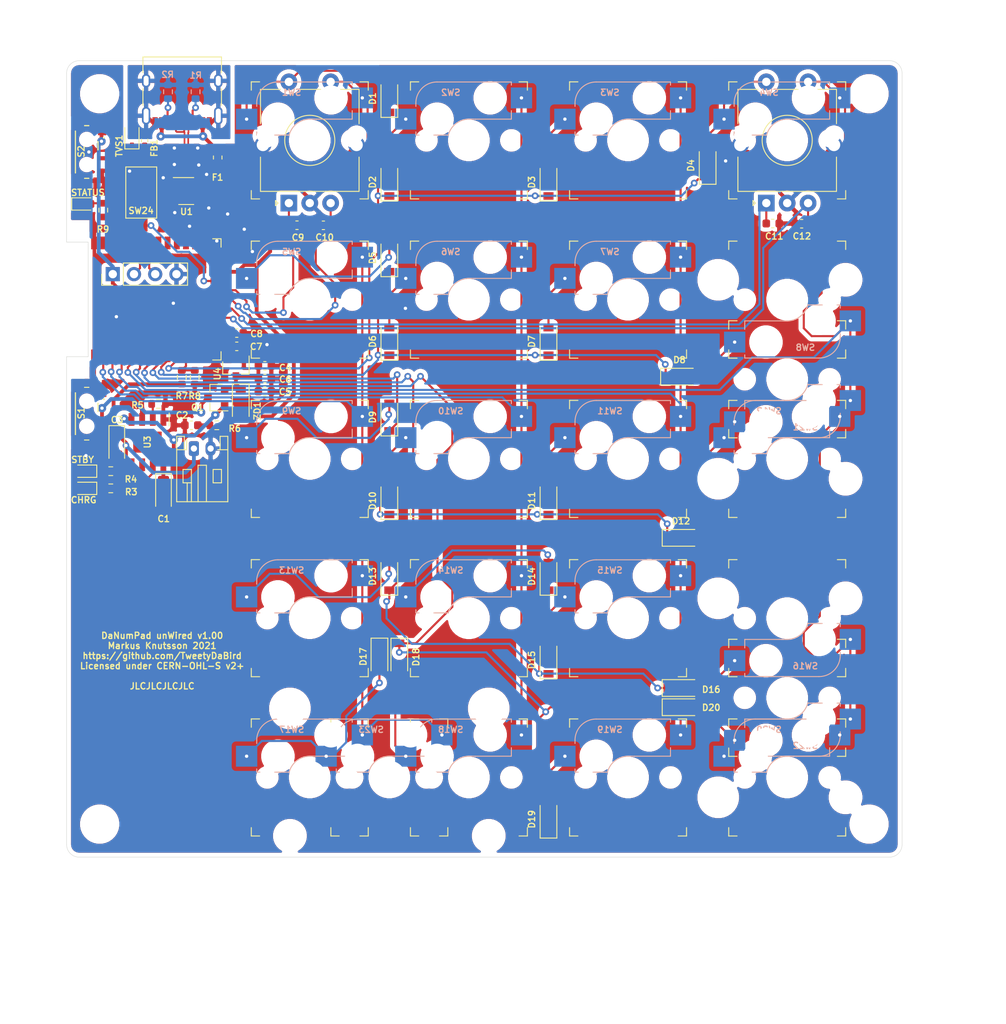
<source format=kicad_pcb>
(kicad_pcb (version 20171130) (host pcbnew "(5.1.9)-1")
  (title_block (title "DaNumPad unWired") (date 2021-08-25) (rev v1.00) (company "Markus Knutsson <markus.knutsson@tweety.se>") (comment 1 https://github.com/TweetyDaBird) (comment 2 "Licensed under CERN-OHL-S v2 or superseding version"))
  (layers (0 F.Cu signal) (31 B.Cu signal) (34 B.Paste user hide) (35 F.Paste user hide) (36 B.SilkS user) (37 F.SilkS user) (38 B.Mask user hide) (39 F.Mask user hide) (44 Edge.Cuts user))
  (net 0 "")
  (net 1 GND)
  (net 2 GNDPWR)
  (net 3 "Net-(J1-PadA5)")
  (net 4 D-)
  (net 5 D+)
  (net 6 "Net-(J1-PadB5)")
  (net 7 VBUS)
  (net 8 RESET)
  (net 9 VDD_nRF)
  (net 10 "Net-(R3-Pad2)")
  (net 11 "Net-(R4-Pad1)")
  (net 12 "Net-(R5-Pad2)")
  (net 13 VBAT)
  (net 14 VCC)
  (net 15 VSense)
  (net 16 Col_3)
  (net 17 Col_2)
  (net 18 Col_1)
  (net 19 Col_0)
  (net 20 Row_4)
  (net 21 Row_3)
  (net 22 Row_2)
  (net 23 Row_1)
  (net 24 Row_0)
  (net 25 Enc_0_A)
  (net 26 Enc_0_B)
  (net 27 Enc_1_A)
  (net 28 Enc_1_B)
  (net 29 Enc_0)
  (net 30 "Net-(D6-Pad2)")
  (net 31 "Net-(D7-Pad2)")
  (net 32 Enc_1)
  (net 33 "Net-(D9-Pad2)")
  (net 34 "Net-(D10-Pad2)")
  (net 35 "Net-(D11-Pad2)")
  (net 36 "Net-(D13-Pad2)")
  (net 37 "Net-(D14-Pad2)")
  (net 38 "Net-(D15-Pad2)")
  (net 39 Alt_Plus)
  (net 40 "Net-(D18-Pad2)")
  (net 41 "Net-(D19-Pad2)")
  (net 42 Alt_0)
  (net 43 Alt_Enter)
  (net 44 "Net-(D2-Pad2)")
  (net 45 "Net-(D3-Pad2)")
  (net 46 "Net-(D5-Pad2)")
  (net 47 "Net-(D8-Pad2)")
  (net 48 "Net-(D16-Pad2)")
  (net 49 "Net-(LED1-Pad1)")
  (net 50 "Net-(LED2-Pad1)")
  (net 51 Switch)
  (net 52 SWDCLK)
  (net 53 SWDIO)
  (net 54 "Net-(LED3-Pad2)")
  (net 55 LED)
  (net 56 /V_BUS)
  (net 57 /V_BAT)
  (module "Keyboard Library:MSK12C02" (layer F.Cu) (at 39.8 50.64 270)
    (fp_text reference S2 (at -0.06 0.65 90) (layer F.SilkS) (effects (font (size 0.75 0.75))))
    (fp_text value MSK12C02 hide)
    (pad MP smd rect (at -3.45 -1.05) (size 0.5 0.8) (layers F.Cu F.Paste F.Mask) (net 1 GND))
    (pad MP smd rect (at -3.45 1.05) (size 0.5 0.8) (layers F.Cu F.Paste F.Mask) (net 1 GND))
    (pad MP smd rect (at 3.45 1.05) (size 0.5 0.8) (layers F.Cu F.Paste F.Mask) (net 1 GND))
    (pad MP smd rect (at 3.45 -1.05) (size 0.5 0.8) (layers F.Cu F.Paste F.Mask) (net 1 GND))
    (pad MH2 np_thru_hole circle (at 1.5 0 270) (size 0.85 0) (drill 0.85) (layers *.Cu *.Mask))
    (pad MH1 np_thru_hole circle (at -1.5 0 270) (size 0.85 0) (drill 0.85) (layers *.Cu *.Mask))
    (pad C1 smd rect (at 2.25 -1.85 270) (size 0.5 1) (layers F.Cu F.Paste F.Mask) (net 1 GND))
    (pad B1 smd rect (at 0.75 -1.85 270) (size 0.5 1) (layers F.Cu F.Paste F.Mask) (net 51 Switch))
    (pad A1 smd rect (at -2.25 -1.85 270) (size 0.5 1) (layers F.Cu F.Paste F.Mask) (net 9 VDD_nRF))
  )
  (module "Keyboard Library:MSK12C02" (layer F.Cu) (at 39.8 81.94 270)
    (fp_text reference S1 (at -0.06 0.65 90) (layer F.SilkS) (effects (font (size 0.75 0.75))))
    (fp_text value MSK12C02 hide)
    (pad MP smd rect (at -3.45 -1.05) (size 0.5 0.8) (layers F.Cu F.Paste F.Mask) (net 1 GND))
    (pad MP smd rect (at -3.45 1.05) (size 0.5 0.8) (layers F.Cu F.Paste F.Mask) (net 1 GND))
    (pad MP smd rect (at 3.45 1.05) (size 0.5 0.8) (layers F.Cu F.Paste F.Mask) (net 1 GND))
    (pad MP smd rect (at 3.45 -1.05) (size 0.5 0.8) (layers F.Cu F.Paste F.Mask) (net 1 GND))
    (pad MH2 np_thru_hole circle (at 1.5 0 270) (size 0.85 0) (drill 0.85) (layers *.Cu *.Mask))
    (pad MH1 np_thru_hole circle (at -1.5 0 270) (size 0.85 0) (drill 0.85) (layers *.Cu *.Mask))
    (pad C1 smd rect (at 2.25 -1.85 270) (size 0.5 1) (layers F.Cu F.Paste F.Mask) (net 13 VBAT))
    (pad B1 smd rect (at 0.75 -1.85 270) (size 0.5 1) (layers F.Cu F.Paste F.Mask) (net 57 /V_BAT))
    (pad A1 smd rect (at -2.25 -1.85 270) (size 0.5 1) (layers F.Cu F.Paste F.Mask))
  )
  (module Connector_PinHeader_2.54mm:PinHeader_1x04_P2.54mm_Vertical (layer F.Cu) (at 42.92 65.25 90)
    (fp_text reference J3 hide)
    (fp_text value Conn_01x04)
    (pad 4 thru_hole oval (at 0 7.62 90) (size 1.7 1.7) (drill 1) (layers *.Cu *.Mask) (net 1 GND))
    (pad 3 thru_hole oval (at 0 5.08 90) (size 1.7 1.7) (drill 1) (layers *.Cu *.Mask) (net 52 SWDCLK))
    (pad 2 thru_hole oval (at 0 2.54 90) (size 1.7 1.7) (drill 1) (layers *.Cu *.Mask) (net 53 SWDIO))
    (pad 1 thru_hole rect (at 0 0 90) (size 1.7 1.7) (drill 1) (layers *.Cu *.Mask) (net 9 VDD_nRF))
  )
  (module Resistor_SMD:R_0603_1608Metric (layer F.Cu) (at 41.783 57.5945 270)
    (fp_text reference R9 (at 2.3 0.04 180) (layer F.SilkS) (effects (font (size 0.75 0.75))))
    (fp_text value 2.7K)
    (pad 2 smd roundrect (at 0.825 0 270) (size 0.8 0.95) (layers F.Cu F.Paste F.Mask) (net 55 LED))
    (pad 1 smd roundrect (at -0.825 0 270) (size 0.8 0.95) (layers F.Cu F.Paste F.Mask) (net 54 "Net-(LED3-Pad2)"))
  )
  (module "Keyboard Library:RotaryEncoder_Alps_EC11E-Switch_Vertical_H20mm" (layer F.Cu) (at 123.65 49.25 90)
    (fp_text reference ENC2 hide)
    (fp_text value Rotary_Encoder_Switch_GND)
    (pad MP thru_hole circle (at -0.54 5.6 90) (size 2 2) (drill 1.5) (layers *.Cu *.Mask) (net 1 GND))
    (pad "" np_thru_hole circle (at 0.54 5.6 90) (size 1.5 1.5) (drill 1.5) (layers *.Cu *.Mask))
    (pad "" np_thru_hole circle (at 0.54 -5.6 90) (size 1.5 1.5) (drill 1.5) (layers *.Cu *.Mask))
    (pad A thru_hole rect (at -7.5 -2.5 90) (size 2 2) (drill 1) (layers *.Cu *.Mask) (net 27 Enc_1_A))
    (pad C thru_hole circle (at -7.5 0 90) (size 2 2) (drill 1) (layers *.Cu *.Mask) (net 1 GND))
    (pad B thru_hole circle (at -7.5 2.5 90) (size 2 2) (drill 1) (layers *.Cu *.Mask) (net 28 Enc_1_B))
    (pad S2 thru_hole circle (at 7 -2.5 90) (size 2 2) (drill 1) (layers *.Cu *.Mask) (net 32 Enc_1))
    (pad S1 thru_hole circle (at 7 2.5 90) (size 2 2) (drill 1) (layers *.Cu *.Mask) (net 16 Col_3))
    (pad MP thru_hole circle (at -0.54 -5.6 90) (size 2 2) (drill 1.5) (layers *.Cu *.Mask) (net 1 GND))
  )
  (module "Keyboard Library:RotaryEncoder_Alps_EC11E-Switch_Vertical_H20mm" (layer F.Cu) (at 66.5 49.25 90)
    (fp_text reference ENC1 hide)
    (fp_text value Rotary_Encoder_Switch_GND)
    (pad MP thru_hole circle (at -0.54 5.6 90) (size 2 2) (drill 1.5) (layers *.Cu *.Mask) (net 1 GND))
    (pad "" np_thru_hole circle (at 0.54 5.6 90) (size 1.5 1.5) (drill 1.5) (layers *.Cu *.Mask))
    (pad "" np_thru_hole circle (at 0.54 -5.6 90) (size 1.5 1.5) (drill 1.5) (layers *.Cu *.Mask))
    (pad A thru_hole rect (at -7.5 -2.5 90) (size 2 2) (drill 1) (layers *.Cu *.Mask) (net 25 Enc_0_A))
    (pad C thru_hole circle (at -7.5 0 90) (size 2 2) (drill 1) (layers *.Cu *.Mask) (net 1 GND))
    (pad B thru_hole circle (at -7.5 2.5 90) (size 2 2) (drill 1) (layers *.Cu *.Mask) (net 26 Enc_0_B))
    (pad S2 thru_hole circle (at 7 -2.5 90) (size 2 2) (drill 1) (layers *.Cu *.Mask) (net 29 Enc_0))
    (pad S1 thru_hole circle (at 7 2.5 90) (size 2 2) (drill 1) (layers *.Cu *.Mask) (net 19 Col_0))
    (pad MP thru_hole circle (at -0.54 -5.6 90) (size 2 2) (drill 1.5) (layers *.Cu *.Mask) (net 1 GND))
  )
  (module LED_SMD:LED_0603_1608Metric (layer F.Cu) (at 39.4865 56.856)
    (fp_text reference LED3 hide)
    (fp_text value Red)
    (fp_text user STATUS (at 0.455 -1.357) (layer F.SilkS) (effects (font (size 0.75 0.75))))
    (pad 2 smd roundrect (at 0.7875 0) (size 0.875 0.95) (layers F.Cu F.Paste F.Mask) (net 54 "Net-(LED3-Pad2)"))
    (pad 1 smd roundrect (at -0.7875 0) (size 0.875 0.95) (layers F.Cu F.Paste F.Mask) (net 1 GND))
  )
  (module kicad-keyboard-parts:nRF52840_holyiot_18010_HS_simple (layer F.Cu) (at 46.38 68.27 90)
    (fp_text reference U2 hide)
    (fp_text value nRF52840_holyiot_18010)
    (pad 37 smd rect (at 6.75 -5.7 270) (size 1.524 0.7) (layers F.Cu F.Paste F.Mask) (net 1 GND))
    (pad 36 smd rect (at 6.75 -4.6 270) (size 1.524 0.7) (layers F.Cu F.Paste F.Mask))
    (pad 35 smd rect (at 6.75 -3.5 270) (size 1.524 0.7) (layers F.Cu F.Paste F.Mask))
    (pad 34 smd rect (at 6.75 -2.4 270) (size 1.524 0.7) (layers F.Cu F.Paste F.Mask) (net 55 LED))
    (pad 33 smd rect (at 6.75 -1.3 270) (size 1.524 0.7) (layers F.Cu F.Paste F.Mask) (net 51 Switch))
    (pad 32 smd rect (at 6.75 -0.2 270) (size 1.524 0.7) (layers F.Cu F.Paste F.Mask) (net 53 SWDIO))
    (pad 31 smd rect (at 6.75 0.9 270) (size 1.524 0.7) (layers F.Cu F.Paste F.Mask) (net 52 SWDCLK))
    (pad 30 smd rect (at 6.75 2 270) (size 1.524 0.7) (layers F.Cu F.Paste F.Mask))
    (pad 29 smd rect (at 6.75 3.1 270) (size 1.524 0.7) (layers F.Cu F.Paste F.Mask))
    (pad 28 smd rect (at 6.75 4.2 270) (size 1.524 0.7) (layers F.Cu F.Paste F.Mask))
    (pad 27 smd rect (at 6.75 5.3 270) (size 1.524 0.7) (layers F.Cu F.Paste F.Mask))
    (pad 26 smd rect (at 6.75 6.4 270) (size 1.524 0.7) (layers F.Cu F.Paste F.Mask))
    (pad 25 smd rect (at 6.75 7.5 270) (size 1.524 0.7) (layers F.Cu F.Paste F.Mask) (net 1 GND))
    (pad 24 smd rect (at 5.5 9 180) (size 1.524 0.7) (layers F.Cu F.Paste F.Mask) (net 5 D+))
    (pad 23 smd rect (at 4.4 9 180) (size 1.524 0.7) (layers F.Cu F.Paste F.Mask) (net 4 D-))
    (pad 22 smd rect (at 3.3 9 180) (size 1.524 0.7) (layers F.Cu F.Paste F.Mask) (net 7 VBUS))
    (pad 21 smd rect (at 2.2 9 180) (size 1.524 0.7) (layers F.Cu F.Paste F.Mask) (net 8 RESET))
    (pad 20 smd rect (at 1.1 9 180) (size 1.524 0.7) (layers F.Cu F.Paste F.Mask) (net 25 Enc_0_A))
    (pad 19 smd rect (at 0 9 180) (size 1.524 0.7) (layers F.Cu F.Paste F.Mask) (net 26 Enc_0_B))
    (pad 18 smd rect (at -1.1 9 180) (size 1.524 0.7) (layers F.Cu F.Paste F.Mask) (net 27 Enc_1_A))
    (pad 17 smd rect (at -2.2 9 180) (size 1.524 0.7) (layers F.Cu F.Paste F.Mask) (net 28 Enc_1_B))
    (pad 16 smd rect (at -3.3 9 180) (size 1.524 0.7) (layers F.Cu F.Paste F.Mask))
    (pad 15 smd rect (at -4.4 9 180) (size 1.524 0.7) (layers F.Cu F.Paste F.Mask))
    (pad 14 smd rect (at -5.5 9 180) (size 1.524 0.7) (layers F.Cu F.Paste F.Mask) (net 9 VDD_nRF))
    (pad 13 smd rect (at -6.75 7.5 90) (size 1.524 0.7) (layers F.Cu F.Paste F.Mask))
    (pad 12 smd rect (at -6.75 6.4 90) (size 1.524 0.7) (layers F.Cu F.Paste F.Mask))
    (pad 11 smd rect (at -6.75 5.3 90) (size 1.524 0.7) (layers F.Cu F.Paste F.Mask) (net 15 VSense))
    (pad 10 smd rect (at -6.75 4.2 90) (size 1.524 0.7) (layers F.Cu F.Paste F.Mask) (net 24 Row_0))
    (pad 9 smd rect (at -6.75 3.1 90) (size 1.524 0.7) (layers F.Cu F.Paste F.Mask) (net 23 Row_1))
    (pad 8 smd rect (at -6.75 2 90) (size 1.524 0.7) (layers F.Cu F.Paste F.Mask) (net 22 Row_2))
    (pad 7 smd rect (at -6.75 0.9 90) (size 1.524 0.7) (layers F.Cu F.Paste F.Mask) (net 21 Row_3))
    (pad 6 smd rect (at -6.75 -0.2 90) (size 1.524 0.7) (layers F.Cu F.Paste F.Mask) (net 20 Row_4))
    (pad 5 smd rect (at -6.75 -1.3 90) (size 1.524 0.7) (layers F.Cu F.Paste F.Mask) (net 16 Col_3))
    (pad 4 smd rect (at -6.75 -2.4 90) (size 1.524 0.7) (layers F.Cu F.Paste F.Mask) (net 17 Col_2))
    (pad 3 smd rect (at -6.75 -3.5 90) (size 1.524 0.7) (layers F.Cu F.Paste F.Mask) (net 18 Col_1))
    (pad 2 smd rect (at -6.75 -4.6 90) (size 1.524 0.7) (layers F.Cu F.Paste F.Mask) (net 19 Col_0))
    (pad 1 smd rect (at -6.75 -5.7 90) (size 1.524 0.7) (layers F.Cu F.Paste F.Mask) (net 1 GND))
  )
  (module TP4056-42-ESOP8:SOIC127P600X175-9N (layer F.Cu) (at 47.07 85.34 270)
    (fp_text reference U3 (at 0 0 90) (layer F.SilkS) (effects (font (size 0.75 0.75))))
    (fp_text value TP4056 hide)
    (pad 9 smd rect (at 0 0 270) (size 2.513 3.402) (layers F.Cu F.Paste F.Mask))
    (pad 8 smd rect (at 2.712 -1.905) (size 0.7 1.525) (layers F.Cu F.Paste F.Mask) (net 7 VBUS))
    (pad 7 smd rect (at 2.712 -0.635) (size 0.7 1.525) (layers F.Cu F.Paste F.Mask) (net 10 "Net-(R3-Pad2)"))
    (pad 6 smd rect (at 2.712 0.635) (size 0.7 1.525) (layers F.Cu F.Paste F.Mask) (net 11 "Net-(R4-Pad1)"))
    (pad 5 smd rect (at 2.712 1.905) (size 0.7 1.525) (layers F.Cu F.Paste F.Mask) (net 13 VBAT))
    (pad 4 smd rect (at -2.712 1.905) (size 0.7 1.525) (layers F.Cu F.Paste F.Mask) (net 7 VBUS))
    (pad 3 smd rect (at -2.712 0.635) (size 0.7 1.525) (layers F.Cu F.Paste F.Mask) (net 1 GND))
    (pad 2 smd rect (at -2.712 -0.635) (size 0.7 1.525) (layers F.Cu F.Paste F.Mask) (net 12 "Net-(R5-Pad2)"))
    (pad 1 smd rect (at -2.712 -1.905) (size 0.7 1.525) (layers F.Cu F.Paste F.Mask) (net 1 GND))
  )
  (module Connector_JST:JST_PH_S2B-PH-K_1x02_P2.00mm_Horizontal (layer F.Cu) (at 52.63 86.11)
    (fp_text reference J2 hide)
    (fp_text value Conn_01x02)
    (pad 2 thru_hole oval (at 2 0) (size 1.2 1.75) (drill 0.75) (layers *.Cu *.Mask) (net 1 GND))
    (pad 1 thru_hole roundrect (at 0 0) (size 1.2 1.75) (drill 0.75) (layers *.Cu *.Mask) (roundrect_rratio 0.2083325) (net 13 VBAT))
  )
  (module Package_TO_SOT_SMD:SOT-23 (layer F.Cu) (at 55.31 80.02 180)
    (fp_text reference Q1 (at 2.25 -1.19) (layer F.SilkS) (effects (font (size 0.75 0.75))))
    (fp_text value SI2301CDS-T1-GE3)
    (pad 3 smd rect (at 1 0 180) (size 0.9 0.8) (layers F.Cu F.Paste F.Mask) (net 57 /V_BAT))
    (pad 2 smd rect (at -1 0.95 180) (size 0.9 0.8) (layers F.Cu F.Paste F.Mask) (net 14 VCC))
    (pad 1 smd rect (at -1 -0.95 180) (size 0.9 0.8) (layers F.Cu F.Paste F.Mask) (net 7 VBUS))
  )
  (module "Keyboard Library:SW_SPST_CK_RS282G05A3" (layer F.Cu) (at 46.33 55.49 90)
    (fp_text reference SW24 (at -2.169 -0.022 180) (layer F.SilkS) (effects (font (size 0.75 0.75))))
    (fp_text value TS-A002)
    (pad 3 smd rect (at 0 -1.3 90) (size 1.5 1.5) (layers F.Cu F.Paste F.Mask))
    (pad 3 smd rect (at 0 1.3 90) (size 1.5 1.5) (layers F.Cu F.Paste F.Mask))
    (pad 2 smd rect (at 3.9 0 90) (size 1.5 1.5) (layers F.Cu F.Paste F.Mask) (net 1 GND))
    (pad 1 smd rect (at -3.9 0 90) (size 1.5 1.5) (layers F.Cu F.Paste F.Mask) (net 8 RESET))
  )
  (module keyswitches:Kailh_socket_MX_RGB (layer F.Cu) (at 123.65 125.45)
    (fp_text reference SW20 (at -2.175 -5.725) (layer B.SilkS) (effects (font (size 0.75 0.75)) (justify mirror)))
    (fp_text value SW_Push hide)
    (pad 2 smd rect (at -7.56 -2.54) (size 2.55 2.5) (layers B.Cu B.Paste B.Mask) (net 43 Alt_Enter))
    (pad "" np_thru_hole circle (at -5.08 0) (size 1.7018 1.7018) (drill 1.7018) (layers *.Cu *.Mask))
    (pad "" np_thru_hole circle (at 5.08 0) (size 1.7018 1.7018) (drill 1.7018) (layers *.Cu *.Mask))
    (pad "" np_thru_hole circle (at 0 0) (size 3.9878 3.9878) (drill 3.9878) (layers *.Cu *.Mask))
    (pad "" np_thru_hole circle (at -3.81 -2.54) (size 3 3) (drill 3) (layers *.Cu *.Mask))
    (pad "" np_thru_hole circle (at 2.54 -5.08) (size 3 3) (drill 3) (layers *.Cu *.Mask))
    (pad 1 smd rect (at 6.29 -5.08) (size 2.55 2.5) (layers B.Cu B.Paste B.Mask) (net 16 Col_3))
  )
  (module keyswitches:Kailh_socket_MX_RGB (layer F.Cu) (at 104.6 125.45)
    (fp_text reference SW19 (at -2.175 -5.725) (layer B.SilkS) (effects (font (size 0.75 0.75)) (justify mirror)))
    (fp_text value SW_Push hide)
    (pad 2 smd rect (at -7.56 -2.54) (size 2.55 2.5) (layers B.Cu B.Paste B.Mask) (net 41 "Net-(D19-Pad2)"))
    (pad "" np_thru_hole circle (at -5.08 0) (size 1.7018 1.7018) (drill 1.7018) (layers *.Cu *.Mask))
    (pad "" np_thru_hole circle (at 5.08 0) (size 1.7018 1.7018) (drill 1.7018) (layers *.Cu *.Mask))
    (pad "" np_thru_hole circle (at 0 0) (size 3.9878 3.9878) (drill 3.9878) (layers *.Cu *.Mask))
    (pad "" np_thru_hole circle (at -3.81 -2.54) (size 3 3) (drill 3) (layers *.Cu *.Mask))
    (pad "" np_thru_hole circle (at 2.54 -5.08) (size 3 3) (drill 3) (layers *.Cu *.Mask))
    (pad 1 smd rect (at 6.29 -5.08) (size 2.55 2.5) (layers B.Cu B.Paste B.Mask) (net 17 Col_2))
  )
  (module keyswitches:Kailh_socket_MX_RGB (layer F.Cu) (at 85.55 125.45)
    (fp_text reference SW18 (at -2.175 -5.725) (layer B.SilkS) (effects (font (size 0.75 0.75)) (justify mirror)))
    (fp_text value SW_Push hide)
    (pad 2 smd rect (at -7.56 -2.54) (size 2.55 2.5) (layers B.Cu B.Paste B.Mask) (net 40 "Net-(D18-Pad2)"))
    (pad "" np_thru_hole circle (at -5.08 0) (size 1.7018 1.7018) (drill 1.7018) (layers *.Cu *.Mask))
    (pad "" np_thru_hole circle (at 5.08 0) (size 1.7018 1.7018) (drill 1.7018) (layers *.Cu *.Mask))
    (pad "" np_thru_hole circle (at 0 0) (size 3.9878 3.9878) (drill 3.9878) (layers *.Cu *.Mask))
    (pad "" np_thru_hole circle (at -3.81 -2.54) (size 3 3) (drill 3) (layers *.Cu *.Mask))
    (pad "" np_thru_hole circle (at 2.54 -5.08) (size 3 3) (drill 3) (layers *.Cu *.Mask))
    (pad 1 smd rect (at 6.29 -5.08) (size 2.55 2.5) (layers B.Cu B.Paste B.Mask) (net 18 Col_1))
  )
  (module keyswitches:Kailh_socket_MX_RGB (layer F.Cu) (at 66.5 125.45)
    (fp_text reference SW17 (at -2.175 -5.725) (layer B.SilkS) (effects (font (size 0.75 0.75)) (justify mirror)))
    (fp_text value SW_Push hide)
    (pad 2 smd rect (at -7.56 -2.54) (size 2.55 2.5) (layers B.Cu B.Paste B.Mask) (net 42 Alt_0))
    (pad "" np_thru_hole circle (at -5.08 0) (size 1.7018 1.7018) (drill 1.7018) (layers *.Cu *.Mask))
    (pad "" np_thru_hole circle (at 5.08 0) (size 1.7018 1.7018) (drill 1.7018) (layers *.Cu *.Mask))
    (pad "" np_thru_hole circle (at 0 0) (size 3.9878 3.9878) (drill 3.9878) (layers *.Cu *.Mask))
    (pad "" np_thru_hole circle (at -3.81 -2.54) (size 3 3) (drill 3) (layers *.Cu *.Mask))
    (pad "" np_thru_hole circle (at 2.54 -5.08) (size 3 3) (drill 3) (layers *.Cu *.Mask))
    (pad 1 smd rect (at 6.29 -5.08) (size 2.55 2.5) (layers B.Cu B.Paste B.Mask) (net 19 Col_0))
  )
  (module keyswitches:Kailh_socket_MX_RGB (layer F.Cu) (at 76.025 125.45)
    (fp_text reference SW23 (at -2.175 -5.725) (layer B.SilkS) (effects (font (size 0.75 0.75)) (justify mirror)))
    (fp_text value SW_Push hide)
    (pad 2 smd rect (at -7.56 -2.54) (size 2.55 2.5) (layers B.Cu B.Paste B.Mask) (net 42 Alt_0))
    (pad "" np_thru_hole circle (at -5.08 0) (size 1.7018 1.7018) (drill 1.7018) (layers *.Cu *.Mask))
    (pad "" np_thru_hole circle (at 5.08 0) (size 1.7018 1.7018) (drill 1.7018) (layers *.Cu *.Mask))
    (pad "" np_thru_hole circle (at 0 0) (size 3.9878 3.9878) (drill 3.9878) (layers *.Cu *.Mask))
    (pad "" np_thru_hole circle (at -3.81 -2.54) (size 3 3) (drill 3) (layers *.Cu *.Mask))
    (pad "" np_thru_hole circle (at 2.54 -5.08) (size 3 3) (drill 3) (layers *.Cu *.Mask))
    (pad 1 smd rect (at 6.29 -5.08) (size 2.55 2.5) (layers B.Cu B.Paste B.Mask) (net 19 Col_0))
  )
  (module keyswitches:Kailh_socket_MX_RGB (layer F.Cu) (at 123.65 115.925 180)
    (fp_text reference SW22 (at -2.175 -5.725) (layer B.SilkS) (effects (font (size 0.75 0.75)) (justify mirror)))
    (fp_text value SW_Push hide)
    (pad 2 smd rect (at -7.56 -2.54 180) (size 2.55 2.5) (layers B.Cu B.Paste B.Mask) (net 16 Col_3))
    (pad "" np_thru_hole circle (at -5.08 0 180) (size 1.7018 1.7018) (drill 1.7018) (layers *.Cu *.Mask))
    (pad "" np_thru_hole circle (at 5.08 0 180) (size 1.7018 1.7018) (drill 1.7018) (layers *.Cu *.Mask))
    (pad "" np_thru_hole circle (at 0 0 180) (size 3.9878 3.9878) (drill 3.9878) (layers *.Cu *.Mask))
    (pad "" np_thru_hole circle (at -3.81 -2.54 180) (size 3 3) (drill 3) (layers *.Cu *.Mask))
    (pad "" np_thru_hole circle (at 2.54 -5.08 180) (size 3 3) (drill 3) (layers *.Cu *.Mask))
    (pad 1 smd rect (at 6.29 -5.08 180) (size 2.55 2.5) (layers B.Cu B.Paste B.Mask) (net 43 Alt_Enter))
  )
  (module keyswitches:Kailh_socket_MX_RGB (layer F.Cu) (at 123.65 106.4 180)
    (fp_text reference SW16 (at -2.175 -5.725) (layer B.SilkS) (effects (font (size 0.75 0.75)) (justify mirror)))
    (fp_text value SW_Push hide)
    (pad 1 smd rect (at 6.29 -5.08 180) (size 2.55 2.5) (layers B.Cu B.Paste B.Mask) (net 48 "Net-(D16-Pad2)"))
    (pad "" np_thru_hole circle (at 2.54 -5.08 180) (size 3 3) (drill 3) (layers *.Cu *.Mask))
    (pad "" np_thru_hole circle (at -3.81 -2.54 180) (size 3 3) (drill 3) (layers *.Cu *.Mask))
    (pad "" np_thru_hole circle (at 0 0 180) (size 3.9878 3.9878) (drill 3.9878) (layers *.Cu *.Mask))
    (pad "" np_thru_hole circle (at 5.08 0 180) (size 1.7018 1.7018) (drill 1.7018) (layers *.Cu *.Mask))
    (pad "" np_thru_hole circle (at -5.08 0 180) (size 1.7018 1.7018) (drill 1.7018) (layers *.Cu *.Mask))
    (pad 2 smd rect (at -7.56 -2.54 180) (size 2.55 2.5) (layers B.Cu B.Paste B.Mask) (net 16 Col_3))
  )
  (module keyswitches:Kailh_socket_MX_RGB (layer F.Cu) (at 104.6 106.4)
    (fp_text reference SW15 (at -2.175 -5.725) (layer B.SilkS) (effects (font (size 0.75 0.75)) (justify mirror)))
    (fp_text value SW_Push hide)
    (pad 2 smd rect (at -7.56 -2.54) (size 2.55 2.5) (layers B.Cu B.Paste B.Mask) (net 38 "Net-(D15-Pad2)"))
    (pad "" np_thru_hole circle (at -5.08 0) (size 1.7018 1.7018) (drill 1.7018) (layers *.Cu *.Mask))
    (pad "" np_thru_hole circle (at 5.08 0) (size 1.7018 1.7018) (drill 1.7018) (layers *.Cu *.Mask))
    (pad "" np_thru_hole circle (at 0 0) (size 3.9878 3.9878) (drill 3.9878) (layers *.Cu *.Mask))
    (pad "" np_thru_hole circle (at -3.81 -2.54) (size 3 3) (drill 3) (layers *.Cu *.Mask))
    (pad "" np_thru_hole circle (at 2.54 -5.08) (size 3 3) (drill 3) (layers *.Cu *.Mask))
    (pad 1 smd rect (at 6.29 -5.08) (size 2.55 2.5) (layers B.Cu B.Paste B.Mask) (net 17 Col_2))
  )
  (module keyswitches:Kailh_socket_MX_RGB (layer F.Cu) (at 85.55 106.4)
    (fp_text reference SW14 (at -2.175 -5.725) (layer B.SilkS) (effects (font (size 0.75 0.75)) (justify mirror)))
    (fp_text value SW_Push hide)
    (pad 2 smd rect (at -7.56 -2.54) (size 2.55 2.5) (layers B.Cu B.Paste B.Mask) (net 37 "Net-(D14-Pad2)"))
    (pad "" np_thru_hole circle (at -5.08 0) (size 1.7018 1.7018) (drill 1.7018) (layers *.Cu *.Mask))
    (pad "" np_thru_hole circle (at 5.08 0) (size 1.7018 1.7018) (drill 1.7018) (layers *.Cu *.Mask))
    (pad "" np_thru_hole circle (at 0 0) (size 3.9878 3.9878) (drill 3.9878) (layers *.Cu *.Mask))
    (pad "" np_thru_hole circle (at -3.81 -2.54) (size 3 3) (drill 3) (layers *.Cu *.Mask))
    (pad "" np_thru_hole circle (at 2.54 -5.08) (size 3 3) (drill 3) (layers *.Cu *.Mask))
    (pad 1 smd rect (at 6.29 -5.08) (size 2.55 2.5) (layers B.Cu B.Paste B.Mask) (net 18 Col_1))
  )
  (module keyswitches:Kailh_socket_MX_RGB (layer F.Cu) (at 66.5 106.4)
    (fp_text reference SW13 (at -2.175 -5.725) (layer B.SilkS) (effects (font (size 0.75 0.75)) (justify mirror)))
    (fp_text value SW_Push hide)
    (pad 2 smd rect (at -7.56 -2.54) (size 2.55 2.5) (layers B.Cu B.Paste B.Mask) (net 36 "Net-(D13-Pad2)"))
    (pad "" np_thru_hole circle (at -5.08 0) (size 1.7018 1.7018) (drill 1.7018) (layers *.Cu *.Mask))
    (pad "" np_thru_hole circle (at 5.08 0) (size 1.7018 1.7018) (drill 1.7018) (layers *.Cu *.Mask))
    (pad "" np_thru_hole circle (at 0 0) (size 3.9878 3.9878) (drill 3.9878) (layers *.Cu *.Mask))
    (pad "" np_thru_hole circle (at -3.81 -2.54) (size 3 3) (drill 3) (layers *.Cu *.Mask))
    (pad "" np_thru_hole circle (at 2.54 -5.08) (size 3 3) (drill 3) (layers *.Cu *.Mask))
    (pad 1 smd rect (at 6.29 -5.08) (size 2.55 2.5) (layers B.Cu B.Paste B.Mask) (net 19 Col_0))
  )
  (module keyswitches:Kailh_socket_MX_RGB (layer F.Cu) (at 123.65 77.825 180)
    (fp_text reference SW21 (at -2.175 -5.725) (layer B.SilkS) (effects (font (size 0.75 0.75)) (justify mirror)))
    (fp_text value SW_Push hide)
    (pad 2 smd rect (at -7.56 -2.54 180) (size 2.55 2.5) (layers B.Cu B.Paste B.Mask) (net 16 Col_3))
    (pad "" np_thru_hole circle (at -5.08 0 180) (size 1.7018 1.7018) (drill 1.7018) (layers *.Cu *.Mask))
    (pad "" np_thru_hole circle (at 5.08 0 180) (size 1.7018 1.7018) (drill 1.7018) (layers *.Cu *.Mask))
    (pad "" np_thru_hole circle (at 0 0 180) (size 3.9878 3.9878) (drill 3.9878) (layers *.Cu *.Mask))
    (pad "" np_thru_hole circle (at -3.81 -2.54 180) (size 3 3) (drill 3) (layers *.Cu *.Mask))
    (pad "" np_thru_hole circle (at 2.54 -5.08 180) (size 3 3) (drill 3) (layers *.Cu *.Mask))
    (pad 1 smd rect (at 6.29 -5.08 180) (size 2.55 2.5) (layers B.Cu B.Paste B.Mask) (net 39 Alt_Plus))
  )
  (module keyswitches:Kailh_socket_MX_RGB (layer F.Cu) (at 123.65 87.35)
    (fp_text reference SW12 (at -2.175 -5.725) (layer B.SilkS) (effects (font (size 0.75 0.75)) (justify mirror)))
    (fp_text value SW_Push hide)
    (pad 2 smd rect (at -7.56 -2.54) (size 2.55 2.5) (layers B.Cu B.Paste B.Mask) (net 39 Alt_Plus))
    (pad "" np_thru_hole circle (at -5.08 0) (size 1.7018 1.7018) (drill 1.7018) (layers *.Cu *.Mask))
    (pad "" np_thru_hole circle (at 5.08 0) (size 1.7018 1.7018) (drill 1.7018) (layers *.Cu *.Mask))
    (pad "" np_thru_hole circle (at 0 0) (size 3.9878 3.9878) (drill 3.9878) (layers *.Cu *.Mask))
    (pad "" np_thru_hole circle (at -3.81 -2.54) (size 3 3) (drill 3) (layers *.Cu *.Mask))
    (pad "" np_thru_hole circle (at 2.54 -5.08) (size 3 3) (drill 3) (layers *.Cu *.Mask))
    (pad 1 smd rect (at 6.29 -5.08) (size 2.55 2.5) (layers B.Cu B.Paste B.Mask) (net 16 Col_3))
  )
  (module keyswitches:Kailh_socket_MX_RGB (layer F.Cu) (at 104.6 87.35)
    (fp_text reference SW11 (at -2.175 -5.725) (layer B.SilkS) (effects (font (size 0.75 0.75)) (justify mirror)))
    (fp_text value SW_Push hide)
    (pad 2 smd rect (at -7.56 -2.54) (size 2.55 2.5) (layers B.Cu B.Paste B.Mask) (net 35 "Net-(D11-Pad2)"))
    (pad "" np_thru_hole circle (at -5.08 0) (size 1.7018 1.7018) (drill 1.7018) (layers *.Cu *.Mask))
    (pad "" np_thru_hole circle (at 5.08 0) (size 1.7018 1.7018) (drill 1.7018) (layers *.Cu *.Mask))
    (pad "" np_thru_hole circle (at 0 0) (size 3.9878 3.9878) (drill 3.9878) (layers *.Cu *.Mask))
    (pad "" np_thru_hole circle (at -3.81 -2.54) (size 3 3) (drill 3) (layers *.Cu *.Mask))
    (pad "" np_thru_hole circle (at 2.54 -5.08) (size 3 3) (drill 3) (layers *.Cu *.Mask))
    (pad 1 smd rect (at 6.29 -5.08) (size 2.55 2.5) (layers B.Cu B.Paste B.Mask) (net 17 Col_2))
  )
  (module keyswitches:Kailh_socket_MX_RGB (layer F.Cu) (at 85.55 87.35)
    (fp_text reference SW10 (at -2.175 -5.725) (layer B.SilkS) (effects (font (size 0.75 0.75)) (justify mirror)))
    (fp_text value SW_Push hide)
    (pad 2 smd rect (at -7.56 -2.54) (size 2.55 2.5) (layers B.Cu B.Paste B.Mask) (net 34 "Net-(D10-Pad2)"))
    (pad "" np_thru_hole circle (at -5.08 0) (size 1.7018 1.7018) (drill 1.7018) (layers *.Cu *.Mask))
    (pad "" np_thru_hole circle (at 5.08 0) (size 1.7018 1.7018) (drill 1.7018) (layers *.Cu *.Mask))
    (pad "" np_thru_hole circle (at 0 0) (size 3.9878 3.9878) (drill 3.9878) (layers *.Cu *.Mask))
    (pad "" np_thru_hole circle (at -3.81 -2.54) (size 3 3) (drill 3) (layers *.Cu *.Mask))
    (pad "" np_thru_hole circle (at 2.54 -5.08) (size 3 3) (drill 3) (layers *.Cu *.Mask))
    (pad 1 smd rect (at 6.29 -5.08) (size 2.55 2.5) (layers B.Cu B.Paste B.Mask) (net 18 Col_1))
  )
  (module keyswitches:Kailh_socket_MX_RGB (layer F.Cu) (at 66.5 87.35)
    (fp_text reference SW9 (at -2.175 -5.725) (layer B.SilkS) (effects (font (size 0.75 0.75)) (justify mirror)))
    (fp_text value SW_Push hide)
    (pad 2 smd rect (at -7.56 -2.54) (size 2.55 2.5) (layers B.Cu B.Paste B.Mask) (net 33 "Net-(D9-Pad2)"))
    (pad "" np_thru_hole circle (at -5.08 0) (size 1.7018 1.7018) (drill 1.7018) (layers *.Cu *.Mask))
    (pad "" np_thru_hole circle (at 5.08 0) (size 1.7018 1.7018) (drill 1.7018) (layers *.Cu *.Mask))
    (pad "" np_thru_hole circle (at 0 0) (size 3.9878 3.9878) (drill 3.9878) (layers *.Cu *.Mask))
    (pad "" np_thru_hole circle (at -3.81 -2.54) (size 3 3) (drill 3) (layers *.Cu *.Mask))
    (pad "" np_thru_hole circle (at 2.54 -5.08) (size 3 3) (drill 3) (layers *.Cu *.Mask))
    (pad 1 smd rect (at 6.29 -5.08) (size 2.55 2.5) (layers B.Cu B.Paste B.Mask) (net 19 Col_0))
  )
  (module keyswitches:Kailh_socket_MX_RGB (layer F.Cu) (at 123.65 68.3 180)
    (fp_text reference SW8 (at -2.175 -5.725) (layer B.SilkS) (effects (font (size 0.75 0.75)) (justify mirror)))
    (fp_text value SW_Push hide)
    (pad 2 smd rect (at -7.56 -2.54 180) (size 2.55 2.5) (layers B.Cu B.Paste B.Mask) (net 16 Col_3))
    (pad "" np_thru_hole circle (at -5.08 0 180) (size 1.7018 1.7018) (drill 1.7018) (layers *.Cu *.Mask))
    (pad "" np_thru_hole circle (at 5.08 0 180) (size 1.7018 1.7018) (drill 1.7018) (layers *.Cu *.Mask))
    (pad "" np_thru_hole circle (at 0 0 180) (size 3.9878 3.9878) (drill 3.9878) (layers *.Cu *.Mask))
    (pad "" np_thru_hole circle (at -3.81 -2.54 180) (size 3 3) (drill 3) (layers *.Cu *.Mask))
    (pad "" np_thru_hole circle (at 2.54 -5.08 180) (size 3 3) (drill 3) (layers *.Cu *.Mask))
    (pad 1 smd rect (at 6.29 -5.08 180) (size 2.55 2.5) (layers B.Cu B.Paste B.Mask) (net 47 "Net-(D8-Pad2)"))
  )
  (module keyswitches:Kailh_socket_MX_RGB (layer F.Cu) (at 104.6 68.3)
    (fp_text reference SW7 (at -2.175 -5.725) (layer B.SilkS) (effects (font (size 0.75 0.75)) (justify mirror)))
    (fp_text value SW_Push hide)
    (pad 2 smd rect (at -7.56 -2.54) (size 2.55 2.5) (layers B.Cu B.Paste B.Mask) (net 31 "Net-(D7-Pad2)"))
    (pad "" np_thru_hole circle (at -5.08 0) (size 1.7018 1.7018) (drill 1.7018) (layers *.Cu *.Mask))
    (pad "" np_thru_hole circle (at 5.08 0) (size 1.7018 1.7018) (drill 1.7018) (layers *.Cu *.Mask))
    (pad "" np_thru_hole circle (at 0 0) (size 3.9878 3.9878) (drill 3.9878) (layers *.Cu *.Mask))
    (pad "" np_thru_hole circle (at -3.81 -2.54) (size 3 3) (drill 3) (layers *.Cu *.Mask))
    (pad "" np_thru_hole circle (at 2.54 -5.08) (size 3 3) (drill 3) (layers *.Cu *.Mask))
    (pad 1 smd rect (at 6.29 -5.08) (size 2.55 2.5) (layers B.Cu B.Paste B.Mask) (net 17 Col_2))
  )
  (module keyswitches:Kailh_socket_MX_RGB (layer F.Cu) (at 85.55 68.3)
    (fp_text reference SW6 (at -2.175 -5.725) (layer B.SilkS) (effects (font (size 0.75 0.75)) (justify mirror)))
    (fp_text value SW_Push hide)
    (pad 2 smd rect (at -7.56 -2.54) (size 2.55 2.5) (layers B.Cu B.Paste B.Mask) (net 30 "Net-(D6-Pad2)"))
    (pad "" np_thru_hole circle (at -5.08 0) (size 1.7018 1.7018) (drill 1.7018) (layers *.Cu *.Mask))
    (pad "" np_thru_hole circle (at 5.08 0) (size 1.7018 1.7018) (drill 1.7018) (layers *.Cu *.Mask))
    (pad "" np_thru_hole circle (at 0 0) (size 3.9878 3.9878) (drill 3.9878) (layers *.Cu *.Mask))
    (pad "" np_thru_hole circle (at -3.81 -2.54) (size 3 3) (drill 3) (layers *.Cu *.Mask))
    (pad "" np_thru_hole circle (at 2.54 -5.08) (size 3 3) (drill 3) (layers *.Cu *.Mask))
    (pad 1 smd rect (at 6.29 -5.08) (size 2.55 2.5) (layers B.Cu B.Paste B.Mask) (net 18 Col_1))
  )
  (module keyswitches:Kailh_socket_MX_RGB (layer F.Cu) (at 66.5 68.3)
    (fp_text reference SW5 (at -2.175 -5.725) (layer B.SilkS) (effects (font (size 0.75 0.75)) (justify mirror)))
    (fp_text value SW_Push hide)
    (pad 2 smd rect (at -7.56 -2.54) (size 2.55 2.5) (layers B.Cu B.Paste B.Mask) (net 46 "Net-(D5-Pad2)"))
    (pad "" np_thru_hole circle (at -5.08 0) (size 1.7018 1.7018) (drill 1.7018) (layers *.Cu *.Mask))
    (pad "" np_thru_hole circle (at 5.08 0) (size 1.7018 1.7018) (drill 1.7018) (layers *.Cu *.Mask))
    (pad "" np_thru_hole circle (at 0 0) (size 3.9878 3.9878) (drill 3.9878) (layers *.Cu *.Mask))
    (pad "" np_thru_hole circle (at -3.81 -2.54) (size 3 3) (drill 3) (layers *.Cu *.Mask))
    (pad "" np_thru_hole circle (at 2.54 -5.08) (size 3 3) (drill 3) (layers *.Cu *.Mask))
    (pad 1 smd rect (at 6.29 -5.08) (size 2.55 2.5) (layers B.Cu B.Paste B.Mask) (net 19 Col_0))
  )
  (module keyswitches:Kailh_socket_MX_RGB (layer F.Cu) (at 123.65 49.25)
    (fp_text reference SW4 (at -2.175 -5.725) (layer B.SilkS) (effects (font (size 0.75 0.75)) (justify mirror)))
    (fp_text value SW_Push hide)
    (pad 2 smd rect (at -7.56 -2.54) (size 2.55 2.5) (layers B.Cu B.Paste B.Mask) (net 32 Enc_1))
    (pad "" np_thru_hole circle (at -5.08 0) (size 1.7018 1.7018) (drill 1.7018) (layers *.Cu *.Mask))
    (pad "" np_thru_hole circle (at 5.08 0) (size 1.7018 1.7018) (drill 1.7018) (layers *.Cu *.Mask))
    (pad "" np_thru_hole circle (at 0 0) (size 3.9878 3.9878) (drill 3.9878) (layers *.Cu *.Mask))
    (pad "" np_thru_hole circle (at -3.81 -2.54) (size 3 3) (drill 3) (layers *.Cu *.Mask))
    (pad "" np_thru_hole circle (at 2.54 -5.08) (size 3 3) (drill 3) (layers *.Cu *.Mask))
    (pad 1 smd rect (at 6.29 -5.08) (size 2.55 2.5) (layers B.Cu B.Paste B.Mask) (net 16 Col_3))
  )
  (module keyswitches:Kailh_socket_MX_RGB (layer F.Cu) (at 104.6 49.25)
    (fp_text reference SW3 (at -2.175 -5.725) (layer B.SilkS) (effects (font (size 0.75 0.75)) (justify mirror)))
    (fp_text value SW_Push hide)
    (pad 2 smd rect (at -7.56 -2.54) (size 2.55 2.5) (layers B.Cu B.Paste B.Mask) (net 45 "Net-(D3-Pad2)"))
    (pad "" np_thru_hole circle (at -5.08 0) (size 1.7018 1.7018) (drill 1.7018) (layers *.Cu *.Mask))
    (pad "" np_thru_hole circle (at 5.08 0) (size 1.7018 1.7018) (drill 1.7018) (layers *.Cu *.Mask))
    (pad "" np_thru_hole circle (at 0 0) (size 3.9878 3.9878) (drill 3.9878) (layers *.Cu *.Mask))
    (pad "" np_thru_hole circle (at -3.81 -2.54) (size 3 3) (drill 3) (layers *.Cu *.Mask))
    (pad "" np_thru_hole circle (at 2.54 -5.08) (size 3 3) (drill 3) (layers *.Cu *.Mask))
    (pad 1 smd rect (at 6.29 -5.08) (size 2.55 2.5) (layers B.Cu B.Paste B.Mask) (net 17 Col_2))
  )
  (module keyswitches:Kailh_socket_MX_RGB (layer F.Cu) (at 85.55 49.25)
    (fp_text reference SW2 (at -2.175 -5.725) (layer B.SilkS) (effects (font (size 0.75 0.75)) (justify mirror)))
    (fp_text value SW_Push hide)
    (pad 2 smd rect (at -7.56 -2.54) (size 2.55 2.5) (layers B.Cu B.Paste B.Mask) (net 44 "Net-(D2-Pad2)"))
    (pad "" np_thru_hole circle (at -5.08 0) (size 1.7018 1.7018) (drill 1.7018) (layers *.Cu *.Mask))
    (pad "" np_thru_hole circle (at 5.08 0) (size 1.7018 1.7018) (drill 1.7018) (layers *.Cu *.Mask))
    (pad "" np_thru_hole circle (at 0 0) (size 3.9878 3.9878) (drill 3.9878) (layers *.Cu *.Mask))
    (pad "" np_thru_hole circle (at -3.81 -2.54) (size 3 3) (drill 3) (layers *.Cu *.Mask))
    (pad "" np_thru_hole circle (at 2.54 -5.08) (size 3 3) (drill 3) (layers *.Cu *.Mask))
    (pad 1 smd rect (at 6.29 -5.08) (size 2.55 2.5) (layers B.Cu B.Paste B.Mask) (net 18 Col_1))
  )
  (module keyswitches:Kailh_socket_MX_RGB (layer F.Cu) (at 66.5 49.25)
    (fp_text reference SW1 (at -2.175 -5.725) (layer B.SilkS) (effects (font (size 0.75 0.75)) (justify mirror)))
    (fp_text value SW_Push hide)
    (pad 2 smd rect (at -7.56 -2.54) (size 2.55 2.5) (layers B.Cu B.Paste B.Mask) (net 29 Enc_0))
    (pad "" np_thru_hole circle (at -5.08 0) (size 1.7018 1.7018) (drill 1.7018) (layers *.Cu *.Mask))
    (pad "" np_thru_hole circle (at 5.08 0) (size 1.7018 1.7018) (drill 1.7018) (layers *.Cu *.Mask))
    (pad "" np_thru_hole circle (at 0 0) (size 3.9878 3.9878) (drill 3.9878) (layers *.Cu *.Mask))
    (pad "" np_thru_hole circle (at -3.81 -2.54) (size 3 3) (drill 3) (layers *.Cu *.Mask))
    (pad "" np_thru_hole circle (at 2.54 -5.08) (size 3 3) (drill 3) (layers *.Cu *.Mask))
    (pad 1 smd rect (at 6.29 -5.08) (size 2.55 2.5) (layers B.Cu B.Paste B.Mask) (net 19 Col_0))
  )
  (module keyswitches:Stabilizer_MX_2u (layer F.Cu) (at 76.025 125.45 180)
    (fp_text reference ST3 hide)
    (fp_text value Stabilizer_2u_MX hide)
    (pad "" np_thru_hole circle (at -11.9 -6.985 180) (size 3.048 3.048) (drill 3.048) (layers *.Cu *.Mask))
    (pad "" np_thru_hole circle (at 11.9 -6.985 180) (size 3.048 3.048) (drill 3.048) (layers *.Cu *.Mask))
    (pad "" np_thru_hole circle (at -11.9 8.255 180) (size 3.9878 3.9878) (drill 3.9878) (layers *.Cu *.Mask))
    (pad "" np_thru_hole circle (at 11.9 8.255 180) (size 3.9878 3.9878) (drill 3.9878) (layers *.Cu *.Mask))
  )
  (module keyswitches:Stabilizer_MX_2u (layer F.Cu) (at 123.65 115.925 270)
    (fp_text reference ST2 hide)
    (fp_text value Stabilizer_2u_MX hide)
    (pad "" np_thru_hole circle (at -11.9 -6.985 270) (size 3.048 3.048) (drill 3.048) (layers *.Cu *.Mask))
    (pad "" np_thru_hole circle (at 11.9 -6.985 270) (size 3.048 3.048) (drill 3.048) (layers *.Cu *.Mask))
    (pad "" np_thru_hole circle (at -11.9 8.255 270) (size 3.9878 3.9878) (drill 3.9878) (layers *.Cu *.Mask))
    (pad "" np_thru_hole circle (at 11.9 8.255 270) (size 3.9878 3.9878) (drill 3.9878) (layers *.Cu *.Mask))
  )
  (module keyswitches:Stabilizer_MX_2u (layer F.Cu) (at 123.65 77.825 270)
    (fp_text reference ST1 hide)
    (fp_text value Stabilizer_2u_MX hide)
    (pad "" np_thru_hole circle (at -11.9 -6.985 270) (size 3.048 3.048) (drill 3.048) (layers *.Cu *.Mask))
    (pad "" np_thru_hole circle (at 11.9 -6.985 270) (size 3.048 3.048) (drill 3.048) (layers *.Cu *.Mask))
    (pad "" np_thru_hole circle (at -11.9 8.255 270) (size 3.9878 3.9878) (drill 3.9878) (layers *.Cu *.Mask))
    (pad "" np_thru_hole circle (at 11.9 8.255 270) (size 3.9878 3.9878) (drill 3.9878) (layers *.Cu *.Mask))
  )
  (module MountingHole:MountingHole_3.7mm (layer F.Cu) (at 133.45 131.03)
    (fp_text reference H4 hide)
    (fp_text value MountingHole)
    (pad 1 np_thru_hole circle (at 0 0) (size 3.7 3.7) (drill 3.7) (layers *.Cu *.Mask))
  )
  (module MountingHole:MountingHole_3.7mm (layer F.Cu) (at 41.35 131.03)
    (fp_text reference H3 hide)
    (fp_text value MountingHole)
    (pad 1 np_thru_hole circle (at 0 0) (size 3.7 3.7) (drill 3.7) (layers *.Cu *.Mask))
  )
  (module MountingHole:MountingHole_3.7mm (layer F.Cu) (at 133.45 43.67)
    (fp_text reference H2 hide)
    (fp_text value MountingHole)
    (pad 1 np_thru_hole circle (at 0 0) (size 3.7 3.7) (drill 3.7) (layers *.Cu *.Mask))
  )
  (module MountingHole:MountingHole_3.7mm (layer F.Cu) (at 41.35 43.67)
    (fp_text reference H1 hide)
    (fp_text value MountingHole)
    (pad 1 np_thru_hole circle (at 0 0) (size 3.7 3.7) (drill 3.7) (layers *.Cu *.Mask))
  )
  (module Diode_SMD:D_SOD-123 (layer F.Cu) (at 110.94 117.05)
    (fp_text reference D20 (at 3.614 0.044) (layer F.SilkS) (effects (font (size 0.75 0.75))))
    (fp_text value 1N4148W)
    (pad 2 smd rect (at 1.65 0) (size 0.9 1.2) (layers F.Cu F.Paste F.Mask) (net 43 Alt_Enter))
    (pad 1 smd rect (at -1.65 0) (size 0.9 1.2) (layers F.Cu F.Paste F.Mask) (net 20 Row_4))
  )
  (module Diode_SMD:D_SOD-123 (layer F.Cu) (at 95.075 130.45 90)
    (fp_text reference D19 (at 0 -2 90) (layer F.SilkS) (effects (font (size 0.75 0.75))))
    (fp_text value 1N4148W)
    (pad 2 smd rect (at 1.65 0 90) (size 0.9 1.2) (layers F.Cu F.Paste F.Mask) (net 41 "Net-(D19-Pad2)"))
    (pad 1 smd rect (at -1.65 0 90) (size 0.9 1.2) (layers F.Cu F.Paste F.Mask) (net 20 Row_4))
  )
  (module Diode_SMD:D_SOD-123 (layer F.Cu) (at 77.22 111.05 270)
    (fp_text reference D18 (at 0 -2 90) (layer F.SilkS) (effects (font (size 0.75 0.75))))
    (fp_text value 1N4148W)
    (pad 2 smd rect (at 1.65 0 270) (size 0.9 1.2) (layers F.Cu F.Paste F.Mask) (net 40 "Net-(D18-Pad2)"))
    (pad 1 smd rect (at -1.65 0 270) (size 0.9 1.2) (layers F.Cu F.Paste F.Mask) (net 20 Row_4))
  )
  (module Diode_SMD:D_SOD-123 (layer F.Cu) (at 74.84 111.04 270)
    (fp_text reference D17 (at -0.042 1.942 90) (layer F.SilkS) (effects (font (size 0.75 0.75))))
    (fp_text value 1N4148W)
    (pad 2 smd rect (at 1.65 0 270) (size 0.9 1.2) (layers F.Cu F.Paste F.Mask) (net 42 Alt_0))
    (pad 1 smd rect (at -1.65 0 270) (size 0.9 1.2) (layers F.Cu F.Paste F.Mask) (net 20 Row_4))
  )
  (module Diode_SMD:D_SOD-123 (layer F.Cu) (at 110.94 114.75)
    (fp_text reference D16 (at 3.614 0.185) (layer F.SilkS) (effects (font (size 0.75 0.75))))
    (fp_text value 1N4148W)
    (pad 2 smd rect (at 1.65 0) (size 0.9 1.2) (layers F.Cu F.Paste F.Mask) (net 48 "Net-(D16-Pad2)"))
    (pad 1 smd rect (at -1.65 0) (size 0.9 1.2) (layers F.Cu F.Paste F.Mask) (net 21 Row_3))
  )
  (module Diode_SMD:D_SOD-123 (layer F.Cu) (at 95.075 111.4 90)
    (fp_text reference D15 (at 0 -2 90) (layer F.SilkS) (effects (font (size 0.75 0.75))))
    (fp_text value 1N4148W)
    (pad 2 smd rect (at 1.65 0 90) (size 0.9 1.2) (layers F.Cu F.Paste F.Mask) (net 38 "Net-(D15-Pad2)"))
    (pad 1 smd rect (at -1.65 0 90) (size 0.9 1.2) (layers F.Cu F.Paste F.Mask) (net 21 Row_3))
  )
  (module Diode_SMD:D_SOD-123 (layer F.Cu) (at 95.075 101.4 90)
    (fp_text reference D14 (at 0 -2 90) (layer F.SilkS) (effects (font (size 0.75 0.75))))
    (fp_text value 1N4148W)
    (pad 2 smd rect (at 1.65 0 90) (size 0.9 1.2) (layers F.Cu F.Paste F.Mask) (net 37 "Net-(D14-Pad2)"))
    (pad 1 smd rect (at -1.65 0 90) (size 0.9 1.2) (layers F.Cu F.Paste F.Mask) (net 21 Row_3))
  )
  (module Diode_SMD:D_SOD-123 (layer F.Cu) (at 76.025 101.4 90)
    (fp_text reference D13 (at 0 -2 90) (layer F.SilkS) (effects (font (size 0.75 0.75))))
    (fp_text value 1N4148W)
    (pad 2 smd rect (at 1.65 0 90) (size 0.9 1.2) (layers F.Cu F.Paste F.Mask) (net 36 "Net-(D13-Pad2)"))
    (pad 1 smd rect (at -1.65 0 90) (size 0.9 1.2) (layers F.Cu F.Paste F.Mask) (net 21 Row_3))
  )
  (module Diode_SMD:D_SOD-123 (layer F.Cu) (at 110.94 96.79)
    (fp_text reference D12 (at 0 -2) (layer F.SilkS) (effects (font (size 0.75 0.75))))
    (fp_text value 1N4148W)
    (pad 2 smd rect (at 1.65 0) (size 0.9 1.2) (layers F.Cu F.Paste F.Mask) (net 39 Alt_Plus))
    (pad 1 smd rect (at -1.65 0) (size 0.9 1.2) (layers F.Cu F.Paste F.Mask) (net 22 Row_2))
  )
  (module Diode_SMD:D_SOD-123 (layer F.Cu) (at 95.075 92.35 90)
    (fp_text reference D11 (at 0 -2 90) (layer F.SilkS) (effects (font (size 0.75 0.75))))
    (fp_text value 1N4148W)
    (pad 2 smd rect (at 1.65 0 90) (size 0.9 1.2) (layers F.Cu F.Paste F.Mask) (net 35 "Net-(D11-Pad2)"))
    (pad 1 smd rect (at -1.65 0 90) (size 0.9 1.2) (layers F.Cu F.Paste F.Mask) (net 22 Row_2))
  )
  (module Diode_SMD:D_SOD-123 (layer F.Cu) (at 76.025 92.35 90)
    (fp_text reference D10 (at 0 -2 90) (layer F.SilkS) (effects (font (size 0.75 0.75))))
    (fp_text value 1N4148W)
    (pad 2 smd rect (at 1.65 0 90) (size 0.9 1.2) (layers F.Cu F.Paste F.Mask) (net 34 "Net-(D10-Pad2)"))
    (pad 1 smd rect (at -1.65 0 90) (size 0.9 1.2) (layers F.Cu F.Paste F.Mask) (net 22 Row_2))
  )
  (module Diode_SMD:D_SOD-123 (layer F.Cu) (at 76.025 82.35 90)
    (fp_text reference D9 (at 0 -2 90) (layer F.SilkS) (effects (font (size 0.75 0.75))))
    (fp_text value 1N4148W)
    (pad 2 smd rect (at 1.65 0 90) (size 0.9 1.2) (layers F.Cu F.Paste F.Mask) (net 33 "Net-(D9-Pad2)"))
    (pad 1 smd rect (at -1.65 0 90) (size 0.9 1.2) (layers F.Cu F.Paste F.Mask) (net 22 Row_2))
  )
  (module Diode_SMD:D_SOD-123 (layer F.Cu) (at 110.75 77.51)
    (fp_text reference D8 (at 0 -2) (layer F.SilkS) (effects (font (size 0.75 0.75))))
    (fp_text value 1N4148W)
    (pad 2 smd rect (at 1.65 0) (size 0.9 1.2) (layers F.Cu F.Paste F.Mask) (net 47 "Net-(D8-Pad2)"))
    (pad 1 smd rect (at -1.65 0) (size 0.9 1.2) (layers F.Cu F.Paste F.Mask) (net 23 Row_1))
  )
  (module Diode_SMD:D_SOD-123 (layer F.Cu) (at 95.075 73.3 90)
    (fp_text reference D7 (at 0 -2 90) (layer F.SilkS) (effects (font (size 0.75 0.75))))
    (fp_text value 1N4148W)
    (pad 2 smd rect (at 1.65 0 90) (size 0.9 1.2) (layers F.Cu F.Paste F.Mask) (net 31 "Net-(D7-Pad2)"))
    (pad 1 smd rect (at -1.65 0 90) (size 0.9 1.2) (layers F.Cu F.Paste F.Mask) (net 23 Row_1))
  )
  (module Diode_SMD:D_SOD-123 (layer F.Cu) (at 76.025 73.3 90)
    (fp_text reference D6 (at 0 -2 90) (layer F.SilkS) (effects (font (size 0.75 0.75))))
    (fp_text value 1N4148W)
    (pad 2 smd rect (at 1.65 0 90) (size 0.9 1.2) (layers F.Cu F.Paste F.Mask) (net 30 "Net-(D6-Pad2)"))
    (pad 1 smd rect (at -1.65 0 90) (size 0.9 1.2) (layers F.Cu F.Paste F.Mask) (net 23 Row_1))
  )
  (module Diode_SMD:D_SOD-123 (layer F.Cu) (at 76.025 63.3 90)
    (fp_text reference D5 (at 0 -2 90) (layer F.SilkS) (effects (font (size 0.75 0.75))))
    (fp_text value 1N4148W)
    (pad 2 smd rect (at 1.65 0 90) (size 0.9 1.2) (layers F.Cu F.Paste F.Mask) (net 46 "Net-(D5-Pad2)"))
    (pad 1 smd rect (at -1.65 0 90) (size 0.9 1.2) (layers F.Cu F.Paste F.Mask) (net 23 Row_1))
  )
  (module Diode_SMD:D_SOD-123 (layer F.Cu) (at 114.125 52.25 90)
    (fp_text reference D4 (at 0 -2 90) (layer F.SilkS) (effects (font (size 0.75 0.75))))
    (fp_text value 1N4148W)
    (pad 2 smd rect (at 1.65 0 90) (size 0.9 1.2) (layers F.Cu F.Paste F.Mask) (net 32 Enc_1))
    (pad 1 smd rect (at -1.65 0 90) (size 0.9 1.2) (layers F.Cu F.Paste F.Mask) (net 24 Row_0))
  )
  (module Diode_SMD:D_SOD-123 (layer F.Cu) (at 95.075 54.25 90)
    (fp_text reference D3 (at 0 -2 90) (layer F.SilkS) (effects (font (size 0.75 0.75))))
    (fp_text value 1N4148W)
    (pad 2 smd rect (at 1.65 0 90) (size 0.9 1.2) (layers F.Cu F.Paste F.Mask) (net 45 "Net-(D3-Pad2)"))
    (pad 1 smd rect (at -1.65 0 90) (size 0.9 1.2) (layers F.Cu F.Paste F.Mask) (net 24 Row_0))
  )
  (module Diode_SMD:D_SOD-123 (layer F.Cu) (at 76.025 54.25 90)
    (fp_text reference D2 (at 0 -2 90) (layer F.SilkS) (effects (font (size 0.75 0.75))))
    (fp_text value 1N4148W)
    (pad 2 smd rect (at 1.65 0 90) (size 0.9 1.2) (layers F.Cu F.Paste F.Mask) (net 44 "Net-(D2-Pad2)"))
    (pad 1 smd rect (at -1.65 0 90) (size 0.9 1.2) (layers F.Cu F.Paste F.Mask) (net 24 Row_0))
  )
  (module Diode_SMD:D_SOD-123 (layer F.Cu) (at 76.025 44.25 90)
    (fp_text reference D1 (at 0 -2 90) (layer F.SilkS) (effects (font (size 0.75 0.75))))
    (fp_text value 1N4148W)
    (pad 2 smd rect (at 1.65 0 90) (size 0.9 1.2) (layers F.Cu F.Paste F.Mask) (net 29 Enc_0))
    (pad 1 smd rect (at -1.65 0 90) (size 0.9 1.2) (layers F.Cu F.Paste F.Mask) (net 24 Row_0))
  )
  (module Capacitor_SMD:C_0603_1608Metric (layer F.Cu) (at 125.38 59.22)
    (fp_text reference C12 (at 0.03 1.49) (layer F.SilkS) (effects (font (size 0.75 0.75))))
    (fp_text value 100nF)
    (pad 2 smd roundrect (at 0.775 0) (size 0.9 0.95) (layers F.Cu F.Paste F.Mask) (net 28 Enc_1_B))
    (pad 1 smd roundrect (at -0.775 0) (size 0.9 0.95) (layers F.Cu F.Paste F.Mask) (net 1 GND))
  )
  (module Capacitor_SMD:C_0603_1608Metric (layer F.Cu) (at 121.92 59.19)
    (fp_text reference C11 (at 0.18 1.53) (layer F.SilkS) (effects (font (size 0.75 0.75))))
    (fp_text value 100nF)
    (pad 2 smd roundrect (at 0.775 0) (size 0.9 0.95) (layers F.Cu F.Paste F.Mask) (net 1 GND))
    (pad 1 smd roundrect (at -0.775 0) (size 0.9 0.95) (layers F.Cu F.Paste F.Mask) (net 27 Enc_1_A))
  )
  (module Capacitor_SMD:C_0603_1608Metric (layer F.Cu) (at 68.13 59.41)
    (fp_text reference C10 (at 0.15 1.44) (layer F.SilkS) (effects (font (size 0.75 0.75))))
    (fp_text value 100nF)
    (pad 2 smd roundrect (at 0.775 0) (size 0.9 0.95) (layers F.Cu F.Paste F.Mask) (net 26 Enc_0_B))
    (pad 1 smd roundrect (at -0.775 0) (size 0.9 0.95) (layers F.Cu F.Paste F.Mask) (net 1 GND))
  )
  (module Capacitor_SMD:C_0603_1608Metric (layer F.Cu) (at 64.97 59.4)
    (fp_text reference C9 (at 0.12 1.47) (layer F.SilkS) (effects (font (size 0.75 0.75))))
    (fp_text value 100nF)
    (pad 2 smd roundrect (at 0.775 0) (size 0.9 0.95) (layers F.Cu F.Paste F.Mask) (net 1 GND))
    (pad 1 smd roundrect (at -0.775 0) (size 0.9 0.95) (layers F.Cu F.Paste F.Mask) (net 25 Enc_0_A))
  )
  (module Resistor_SMD:R_0603_1608Metric (layer F.Cu) (at 52.73 77.58 90)
    (fp_text reference R8 (at -2.26 -0.01 180) (layer F.SilkS) (effects (font (size 0.75 0.75))))
    (fp_text value 2M)
    (pad 2 smd roundrect (at 0.825 0 90) (size 0.8 0.95) (layers F.Cu F.Paste F.Mask) (net 15 VSense))
    (pad 1 smd roundrect (at -0.825 0 90) (size 0.8 0.95) (layers F.Cu F.Paste F.Mask) (net 1 GND))
  )
  (module Resistor_SMD:R_0603_1608Metric (layer F.Cu) (at 51.18 77.58 270)
    (fp_text reference R7 (at 2.25 0.01 180) (layer F.SilkS) (effects (font (size 0.75 0.75))))
    (fp_text value 806K)
    (pad 2 smd roundrect (at 0.825 0 270) (size 0.8 0.95) (layers F.Cu F.Paste F.Mask) (net 13 VBAT))
    (pad 1 smd roundrect (at -0.825 0 270) (size 0.8 0.95) (layers F.Cu F.Paste F.Mask) (net 15 VSense))
  )
  (module Package_TO_SOT_SMD:SOT-23 (layer F.Cu) (at 57.66 76.44 270)
    (fp_text reference U4 (at 0.74 2.22 90) (layer F.SilkS) (effects (font (size 0.75 0.75))))
    (fp_text value XC6206PxxxMR-Regulator_Linear)
    (pad 3 smd rect (at 1 0 270) (size 0.9 0.8) (layers F.Cu F.Paste F.Mask) (net 14 VCC))
    (pad 2 smd rect (at -1 0.95 270) (size 0.9 0.8) (layers F.Cu F.Paste F.Mask) (net 9 VDD_nRF))
    (pad 1 smd rect (at -1 -0.95 270) (size 0.9 0.8) (layers F.Cu F.Paste F.Mask) (net 1 GND))
  )
  (module Capacitor_SMD:C_0603_1608Metric (layer F.Cu) (at 57.762 72.297)
    (fp_text reference C8 (at 2.368 0.093) (layer F.SilkS) (effects (font (size 0.75 0.75))))
    (fp_text value 100nF)
    (pad 2 smd roundrect (at 0.775 0) (size 0.9 0.95) (layers F.Cu F.Paste F.Mask) (net 1 GND))
    (pad 1 smd roundrect (at -0.775 0) (size 0.9 0.95) (layers F.Cu F.Paste F.Mask) (net 9 VDD_nRF))
  )
  (module Capacitor_SMD:C_0603_1608Metric (layer F.Cu) (at 57.762 73.887)
    (fp_text reference C7 (at 2.328 0.033) (layer F.SilkS) (effects (font (size 0.75 0.75))))
    (fp_text value 1uF)
    (pad 2 smd roundrect (at 0.775 0) (size 0.9 0.95) (layers F.Cu F.Paste F.Mask) (net 1 GND))
    (pad 1 smd roundrect (at -0.775 0) (size 0.9 0.95) (layers F.Cu F.Paste F.Mask) (net 9 VDD_nRF))
  )
  (module Capacitor_SMD:C_0603_1608Metric (layer F.Cu) (at 61.126 77.744)
    (fp_text reference C6 (at 2.454 0.086) (layer F.SilkS) (effects (font (size 0.75 0.75))))
    (fp_text value 1uF)
    (pad 2 smd roundrect (at 0.775 0) (size 0.9 0.95) (layers F.Cu F.Paste F.Mask) (net 1 GND))
    (pad 1 smd roundrect (at -0.775 0) (size 0.9 0.95) (layers F.Cu F.Paste F.Mask) (net 14 VCC))
  )
  (module Capacitor_SMD:C_0603_1608Metric (layer F.Cu) (at 61.12 79.27)
    (fp_text reference C5 (at 2.44 0.05) (layer F.SilkS) (effects (font (size 0.75 0.75))))
    (fp_text value 4.7uF)
    (pad 2 smd roundrect (at 0.775 0) (size 0.9 0.95) (layers F.Cu F.Paste F.Mask) (net 1 GND))
    (pad 1 smd roundrect (at -0.775 0) (size 0.9 0.95) (layers F.Cu F.Paste F.Mask) (net 14 VCC))
  )
  (module Capacitor_SMD:C_0603_1608Metric (layer F.Cu) (at 61.126 76.22)
    (fp_text reference C4 (at 2.454 0.23) (layer F.SilkS) (effects (font (size 0.75 0.75))))
    (fp_text value 4.7uF)
    (pad 2 smd roundrect (at 0.775 0) (size 0.9 0.95) (layers F.Cu F.Paste F.Mask) (net 1 GND))
    (pad 1 smd roundrect (at -0.775 0) (size 0.9 0.95) (layers F.Cu F.Paste F.Mask) (net 14 VCC))
  )
  (module Resistor_SMD:R_0603_1608Metric (layer F.Cu) (at 55.372 83.328)
    (fp_text reference R6 (at 2.148 0.392) (layer F.SilkS) (effects (font (size 0.75 0.75))))
    (fp_text value 100K)
    (pad 2 smd roundrect (at 0.825 0) (size 0.8 0.95) (layers F.Cu F.Paste F.Mask) (net 1 GND))
    (pad 1 smd roundrect (at -0.825 0) (size 0.8 0.95) (layers F.Cu F.Paste F.Mask) (net 7 VBUS))
  )
  (module Diode_SMD:D_SOD-123 (layer F.Cu) (at 58.24 80.62 270)
    (fp_text reference ZD1 (at 0.99 -1.98 90) (layer F.SilkS) (effects (font (size 0.75 0.75))))
    (fp_text value "B5819W SL")
    (pad 2 smd rect (at 1.65 0 270) (size 0.9 1.2) (layers F.Cu F.Paste F.Mask) (net 7 VBUS))
    (pad 1 smd rect (at -1.65 0 270) (size 0.9 1.2) (layers F.Cu F.Paste F.Mask) (net 14 VCC))
  )
  (module Capacitor_Tantalum_SMD:CP_EIA-3216-18_Kemet-A (layer F.Cu) (at 43.4 85.68 270)
    (fp_text reference C3 (at -3.003 -0.034 180) (layer F.SilkS) (effects (font (size 0.75 0.75))))
    (fp_text value 10uF)
    (pad 2 smd roundrect (at 1.35 0 270) (size 1.4 1.35) (layers F.Cu F.Paste F.Mask) (roundrect_rratio 0.1851844444444445) (net 1 GND))
    (pad 1 smd roundrect (at -1.35 0 270) (size 1.4 1.35) (layers F.Cu F.Paste F.Mask) (roundrect_rratio 0.1851844444444445) (net 13 VBAT))
  )
  (module LED_SMD:LED_0603_1608Metric (layer F.Cu) (at 39.52 90.872 180)
    (fp_text reference LED1 hide)
    (fp_text value Red)
    (fp_text user CHRG (at 0.0865 -1.3935 180) (layer F.SilkS) (effects (font (size 0.75 0.75))))
    (pad 2 smd roundrect (at 0.7875 0 180) (size 0.875 0.95) (layers F.Cu F.Paste F.Mask) (net 7 VBUS))
    (pad 1 smd roundrect (at -0.7875 0 180) (size 0.875 0.95) (layers F.Cu F.Paste F.Mask) (net 49 "Net-(LED1-Pad1)"))
  )
  (module LED_SMD:LED_0603_1608Metric (layer F.Cu) (at 39.52 88.818 180)
    (fp_text reference LED2 hide)
    (fp_text value Green)
    (fp_text user STBY (at 0.2135 1.3785 180) (layer F.SilkS) (effects (font (size 0.75 0.75))))
    (pad 2 smd roundrect (at 0.7875 0 180) (size 0.875 0.95) (layers F.Cu F.Paste F.Mask) (net 7 VBUS))
    (pad 1 smd roundrect (at -0.7875 0 180) (size 0.875 0.95) (layers F.Cu F.Paste F.Mask) (net 50 "Net-(LED2-Pad1)"))
  )
  (module Capacitor_SMD:C_0603_1608Metric (layer F.Cu) (at 52.324 83.328 180)
    (fp_text reference C2 (at 1.114 1.198) (layer F.SilkS) (effects (font (size 0.75 0.75))))
    (fp_text value 100nF)
    (pad 2 smd roundrect (at 0.775 0 180) (size 0.9 0.95) (layers F.Cu F.Paste F.Mask) (net 1 GND))
    (pad 1 smd roundrect (at -0.775 0 180) (size 0.9 0.95) (layers F.Cu F.Paste F.Mask) (net 7 VBUS))
  )
  (module Capacitor_Tantalum_SMD:CP_EIA-3216-18_Kemet-A (layer F.Cu) (at 48.99 91.42 270)
    (fp_text reference C1 (at 3.1 -0.03 180) (layer F.SilkS) (effects (font (size 0.75 0.75))))
    (fp_text value 10uF)
    (pad 2 smd roundrect (at 1.35 0 270) (size 1.4 1.35) (layers F.Cu F.Paste F.Mask) (roundrect_rratio 0.1851844444444445) (net 1 GND))
    (pad 1 smd roundrect (at -1.35 0 270) (size 1.4 1.35) (layers F.Cu F.Paste F.Mask) (roundrect_rratio 0.1851844444444445) (net 7 VBUS))
  )
  (module Resistor_SMD:R_0603_1608Metric (layer F.Cu) (at 48.4 80.77 180)
    (fp_text reference R5 (at 2.52 -0.15) (layer F.SilkS) (effects (font (size 0.75 0.75))))
    (fp_text value 10K)
    (pad 2 smd roundrect (at 0.825 0 180) (size 0.8 0.95) (layers F.Cu F.Paste F.Mask) (net 12 "Net-(R5-Pad2)"))
    (pad 1 smd roundrect (at -0.825 0 180) (size 0.8 0.95) (layers F.Cu F.Paste F.Mask) (net 1 GND))
  )
  (module Resistor_SMD:R_0603_1608Metric (layer F.Cu) (at 42.68 88.818 180)
    (fp_text reference R4 (at -2.41 -0.962) (layer F.SilkS) (effects (font (size 0.75 0.75))))
    (fp_text value 2.7K)
    (pad 2 smd roundrect (at 0.825 0 180) (size 0.8 0.95) (layers F.Cu F.Paste F.Mask) (net 50 "Net-(LED2-Pad1)"))
    (pad 1 smd roundrect (at -0.825 0 180) (size 0.8 0.95) (layers F.Cu F.Paste F.Mask) (net 11 "Net-(R4-Pad1)"))
  )
  (module Resistor_SMD:R_0603_1608Metric (layer F.Cu) (at 42.68 90.872)
    (fp_text reference R3 (at 2.45 0.428) (layer F.SilkS) (effects (font (size 0.75 0.75))))
    (fp_text value 2.7K)
    (pad 2 smd roundrect (at 0.825 0) (size 0.8 0.95) (layers F.Cu F.Paste F.Mask) (net 10 "Net-(R3-Pad2)"))
    (pad 1 smd roundrect (at -0.825 0) (size 0.8 0.95) (layers F.Cu F.Paste F.Mask) (net 49 "Net-(LED1-Pad1)"))
  )
  (module Diode_SMD:D_SOD-323 (layer F.Cu) (at 45.212 48.768 90)
    (fp_text reference TVS1 (at -1.143 -1.524 90) (layer F.SilkS) (effects (font (size 0.75 0.75))))
    (fp_text value BSD3C051V)
    (pad 2 smd rect (at 1.05 0 90) (size 0.6 0.45) (layers F.Cu F.Paste F.Mask) (net 2 GNDPWR))
    (pad 1 smd rect (at -1.05 0 90) (size 0.6 0.45) (layers F.Cu F.Paste F.Mask) (net 1 GND))
  )
  (module Fuse:Fuse_0603_1608Metric_Castellated (layer F.Cu) (at 55.48 51.3 90)
    (fp_text reference F1 (at -2.38 -0.02 180) (layer F.SilkS) (effects (font (size 0.75 0.75))))
    (fp_text value 0467.750NRHF)
    (pad 2 smd roundrect (at 0.8125 0 90) (size 1.225 0.85) (layers F.Cu F.Paste F.Mask) (net 56 /V_BUS))
    (pad 1 smd roundrect (at -0.8125 0 90) (size 1.225 0.85) (layers F.Cu F.Paste F.Mask) (net 7 VBUS))
  )
  (module Resistor_SMD:R_0402_1005Metric_Pad0.72x0.64mm_HandSolder (layer F.Cu) (at 46.736 49.276 90)
    (fp_text reference FB1 (at -0.889 1.143 90) (layer F.SilkS) (effects (font (size 0.75 0.75))))
    (fp_text value BLM15PX121SN1D)
    (pad 2 smd roundrect (at 0.5975 0 90) (size 0.715 0.64) (layers F.Cu F.Paste F.Mask) (net 2 GNDPWR))
    (pad 1 smd roundrect (at -0.5975 0 90) (size 0.715 0.64) (layers F.Cu F.Paste F.Mask) (net 1 GND))
  )
  (module Connector_USB:USB_C_Receptacle_HRO_TYPE-C-31-M-12 (layer F.Cu) (at 51.23 43.17 180)
    (fp_text reference J1 hide)
    (fp_text value USB_C_Receptacle_USB2.0)
    (pad B1 smd rect (at 3.25 -4.045 180) (size 0.6 1.45) (layers F.Cu F.Paste F.Mask) (net 2 GNDPWR))
    (pad A9 smd rect (at 2.45 -4.045 180) (size 0.6 1.45) (layers F.Cu F.Paste F.Mask) (net 56 /V_BUS))
    (pad B9 smd rect (at -2.45 -4.045 180) (size 0.6 1.45) (layers F.Cu F.Paste F.Mask) (net 56 /V_BUS))
    (pad B12 smd rect (at -3.25 -4.045 180) (size 0.6 1.45) (layers F.Cu F.Paste F.Mask) (net 2 GNDPWR))
    (pad A1 smd rect (at -3.25 -4.045 180) (size 0.6 1.45) (layers F.Cu F.Paste F.Mask) (net 2 GNDPWR))
    (pad A4 smd rect (at -2.45 -4.045 180) (size 0.6 1.45) (layers F.Cu F.Paste F.Mask) (net 56 /V_BUS))
    (pad B4 smd rect (at 2.45 -4.045 180) (size 0.6 1.45) (layers F.Cu F.Paste F.Mask) (net 56 /V_BUS))
    (pad A12 smd rect (at 3.25 -4.045 180) (size 0.6 1.45) (layers F.Cu F.Paste F.Mask) (net 2 GNDPWR))
    (pad B8 smd rect (at -1.75 -4.045 180) (size 0.3 1.45) (layers F.Cu F.Paste F.Mask))
    (pad A5 smd rect (at -1.25 -4.045 180) (size 0.3 1.45) (layers F.Cu F.Paste F.Mask) (net 3 "Net-(J1-PadA5)"))
    (pad B7 smd rect (at -0.75 -4.045 180) (size 0.3 1.45) (layers F.Cu F.Paste F.Mask) (net 4 D-))
    (pad A7 smd rect (at 0.25 -4.045 180) (size 0.3 1.45) (layers F.Cu F.Paste F.Mask) (net 4 D-))
    (pad B6 smd rect (at 0.75 -4.045 180) (size 0.3 1.45) (layers F.Cu F.Paste F.Mask) (net 5 D+))
    (pad A8 smd rect (at 1.25 -4.045 180) (size 0.3 1.45) (layers F.Cu F.Paste F.Mask))
    (pad B5 smd rect (at 1.75 -4.045 180) (size 0.3 1.45) (layers F.Cu F.Paste F.Mask) (net 6 "Net-(J1-PadB5)"))
    (pad A6 smd rect (at -0.25 -4.045 180) (size 0.3 1.45) (layers F.Cu F.Paste F.Mask) (net 5 D+))
    (pad S1 thru_hole oval (at 4.32 -3.13 180) (size 1 2.1) (drill oval 0.6 1.7) (layers *.Cu *.Mask) (net 2 GNDPWR))
    (pad S1 thru_hole oval (at -4.32 -3.13 180) (size 1 2.1) (drill oval 0.6 1.7) (layers *.Cu *.Mask) (net 2 GNDPWR))
    (pad "" np_thru_hole circle (at -2.89 -2.6 180) (size 0.65 0.65) (drill 0.65) (layers *.Cu *.Mask))
    (pad S1 thru_hole oval (at -4.32 1.05 180) (size 1 1.6) (drill oval 0.6 1.2) (layers *.Cu *.Mask) (net 2 GNDPWR))
    (pad "" np_thru_hole circle (at 2.89 -2.6 180) (size 0.65 0.65) (drill 0.65) (layers *.Cu *.Mask))
    (pad S1 thru_hole oval (at 4.32 1.05 180) (size 1 1.6) (drill oval 0.6 1.2) (layers *.Cu *.Mask) (net 2 GNDPWR))
  )
  (module Resistor_SMD:R_0603_1608Metric (layer B.Cu) (at 49.53 43.434 270)
    (fp_text reference R2 (at -2.05 0.04 180) (layer B.SilkS) (effects (font (size 0.75 0.75)) (justify mirror)))
    (fp_text value 5.1K)
    (pad 2 smd roundrect (at 0.825 0 270) (size 0.8 0.95) (layers B.Cu B.Paste B.Mask) (net 6 "Net-(J1-PadB5)"))
    (pad 1 smd roundrect (at -0.825 0 270) (size 0.8 0.95) (layers B.Cu B.Paste B.Mask) (net 2 GNDPWR))
  )
  (module Resistor_SMD:R_0603_1608Metric (layer B.Cu) (at 52.832 43.434 270)
    (fp_text reference R1 (at -1.96 -0.01 180) (layer B.SilkS) (effects (font (size 0.75 0.75)) (justify mirror)))
    (fp_text value 5.1K)
    (pad 2 smd roundrect (at 0.825 0 270) (size 0.8 0.95) (layers B.Cu B.Paste B.Mask) (net 3 "Net-(J1-PadA5)"))
    (pad 1 smd roundrect (at -0.825 0 270) (size 0.8 0.95) (layers B.Cu B.Paste B.Mask) (net 2 GNDPWR))
  )
  (module Package_TO_SOT_SMD:SOT-23-6 (layer F.Cu) (at 51.71 55.31)
    (fp_text reference U1 (at 0.04 2.47) (layer F.SilkS) (effects (font (size 0.75 0.75))))
    (fp_text value SRV05-4)
    (pad 5 smd rect (at 1.1 0) (size 1.06 0.65) (layers F.Cu F.Paste F.Mask) (net 7 VBUS))
    (pad 6 smd rect (at 1.1 -0.95) (size 1.06 0.65) (layers F.Cu F.Paste F.Mask) (net 4 D-))
    (pad 4 smd rect (at 1.1 0.95) (size 1.06 0.65) (layers F.Cu F.Paste F.Mask) (net 4 D-))
    (pad 3 smd rect (at -1.1 0.95) (size 1.06 0.65) (layers F.Cu F.Paste F.Mask) (net 5 D+))
    (pad 2 smd rect (at -1.1 0) (size 1.06 0.65) (layers F.Cu F.Paste F.Mask) (net 1 GND))
    (pad 1 smd rect (at -1.1 -0.95) (size 1.06 0.65) (layers F.Cu F.Paste F.Mask) (net 5 D+))
  )
  (gr_text "DaNumPad unWired v1.00\nMarkus Knutsson 2021\nhttps://github.com/TweetyDaBird\nLicensed under CERN-OHL-S v2+\n\nJLCJLCJLCJLC" (at 48.8315 111.506) (layer F.SilkS) (effects (font (size 0.75 0.75))))
  (gr_line (start 37.395294 41.224454) (end 37.395294 61.42) (layer Edge.Cuts) (width 0.05))
  (gr_line (start 39.97 75.13) (end 37.395294 75.13) (layer Edge.Cuts) (width 0.05))
  (gr_line (start 39.97 61.42) (end 39.97 75.13) (layer Edge.Cuts) (width 0.05))
  (gr_line (start 37.395294 61.42) (end 39.97 61.42) (layer Edge.Cuts) (width 0.05))
  (gr_arc (start 38.895126 133.48042) (end 37.395546 133.485294) (angle -90) (layer Edge.Cuts) (width 0.05))
  (gr_arc (start 38.894874 41.21958) (end 38.89 39.72) (angle -90) (layer Edge.Cuts) (width 0.05))
  (gr_line (start 37.395546 133.485294) (end 37.395294 75.13) (layer Edge.Cuts) (width 0.05))
  (gr_arc (start 135.90042 41.214874) (end 137.4 41.21) (angle -90) (layer Edge.Cuts) (width 0.05))
  (gr_arc (start 135.90042 133.48042) (end 135.905294 134.98) (angle -90) (layer Edge.Cuts) (width 0.05))
  (gr_line (start 135.895546 39.715294) (end 38.89 39.72) (layer Edge.Cuts) (width 0.05))
  (gr_line (start 135.905294 134.98) (end 38.9 134.98) (layer Edge.Cuts) (width 0.05))
  (gr_line (start 137.4 41.21) (end 137.4 133.475546) (layer Edge.Cuts) (width 0.05))
  (via (at 39.71 86.96) (size 1) (drill 0.4) (layers F.Cu B.Cu) (net 1))
  (via (at 54.15 53.32) (size 0.8) (drill 0.4) (layers F.Cu B.Cu) (net 1))
  (segment (start 66.5 56.75) (end 66.5 56.26) (width 0.45) (layer F.Cu) (net 1))
  (segment (start 66.5 56.26) (end 65.57 55.33) (width 0.45) (layer F.Cu) (net 1))
  (segment (start 71.364099 51.885901) (end 71.364099 50.525901) (width 0.45) (layer F.Cu) (net 1))
  (segment (start 66.5 56.75) (end 71.364099 51.885901) (width 0.45) (layer F.Cu) (net 1))
  (segment (start 123.65 56.75) (end 123.65 56.4) (width 0.45) (layer F.Cu) (net 1))
  (segment (start 123.65 56.4) (end 122.78 55.53) (width 0.45) (layer F.Cu) (net 1))
  (segment (start 128.514099 51.885901) (end 128.514099 50.525901) (width 0.45) (layer F.Cu) (net 1))
  (segment (start 123.65 56.75) (end 128.514099 51.885901) (width 0.45) (layer F.Cu) (net 1))
  (segment (start 71.364099 50.525901) (end 72.1 50.525901) (width 0.45) (layer F.Cu) (net 1))
  (segment (start 128.514099 50.525901) (end 129.25 50.525901) (width 0.45) (layer F.Cu) (net 1))
  (segment (start 118.88 50.62) (end 118.98 50.62) (width 0.45) (layer F.Cu) (net 1))
  (segment (start 122.78 54.52) (end 118.88 50.62) (width 0.45) (layer F.Cu) (net 1))
  (segment (start 122.78 55.28) (end 122.78 54.52) (width 0.45) (layer F.Cu) (net 1))
  (segment (start 122.78 55.53) (end 122.78 55.28) (width 0.45) (layer F.Cu) (net 1))
  (segment (start 122.78 55.28) (end 122.78 54.42) (width 0.45) (layer F.Cu) (net 1))
  (via (at 116.28 51.71) (size 0.8) (drill 0.4) (layers F.Cu B.Cu) (net 1))
  (segment (start 117.635833 50.354167) (end 117.635833 50.204167) (width 0.45) (layer F.Cu) (net 1))
  (segment (start 116.28 51.71) (end 117.635833 50.354167) (width 0.45) (layer F.Cu) (net 1))
  (segment (start 60.485833 50.204167) (end 60.28 50.41) (width 0.45) (layer F.Cu) (net 1))
  (via (at 50.34 57.89) (size 0.8) (drill 0.4) (layers F.Cu B.Cu) (net 1))
  (via (at 52.11 59.52) (size 0.8) (drill 0.4) (layers F.Cu B.Cu) (net 1))
  (via (at 61.38 73.68) (size 1) (drill 0.4) (layers F.Cu B.Cu) (net 1))
  (via (at 58.66 59.88) (size 1) (drill 0.4) (layers F.Cu B.Cu) (net 1))
  (via (at 54.41 57.34) (size 1) (drill 0.4) (layers F.Cu B.Cu) (net 1))
  (via (at 59.63 62.55) (size 1) (drill 0.4) (layers F.Cu B.Cu) (net 1))
  (via (at 56.67 58.06) (size 1) (drill 0.4) (layers F.Cu B.Cu) (net 1))
  (segment (start 48.975 81.02) (end 49.225 80.77) (width 0.45) (layer F.Cu) (net 1))
  (segment (start 48.975 82.628) (end 48.975 81.02) (width 0.45) (layer F.Cu) (net 1))
  (segment (start 40.68 78.32) (end 40.85 78.49) (width 0.45) (layer F.Cu) (net 1))
  (segment (start 40.68 75.02) (end 40.68 78.32) (width 0.45) (layer F.Cu) (net 1))
  (via (at 50.17 68.73) (size 0.8) (drill 0.4) (layers F.Cu B.Cu) (net 1))
  (via (at 43.35 70.34) (size 0.8) (drill 0.4) (layers F.Cu B.Cu) (net 1))
  (segment (start 41.65 52.94) (end 41.64 52.95) (width 0.45) (layer F.Cu) (net 1))
  (via (at 44.93 52.93) (size 0.8) (drill 0.4) (layers F.Cu B.Cu) (net 1))
  (via (at 40.06 50.64) (size 0.8) (drill 0.4) (layers F.Cu B.Cu) (net 1))
  (via (at 77.95 69.34) (size 0.8) (drill 0.4) (layers F.Cu B.Cu) (net 1))
  (segment (start 50.31 55.31) (end 49.214 55.31) (width 0.45) (layer F.Cu) (net 1))
  (via (at 53.213 52.197) (size 0.8) (drill 0.4) (layers F.Cu B.Cu) (net 1))
  (via (at 53.086 50.165) (size 0.8) (drill 0.4) (layers F.Cu B.Cu) (net 1))
  (via (at 50.292 50.165) (size 0.8) (drill 0.4) (layers F.Cu B.Cu) (net 1))
  (via (at 50.292 52.1335) (size 0.8) (drill 0.4) (layers F.Cu B.Cu) (net 1))
  (via (at 48.9585 53.721) (size 0.8) (drill 0.4) (layers F.Cu B.Cu) (net 1))
  (segment (start 41.4775 54.09) (end 40.85 54.09) (width 0.45) (layer F.Cu) (net 1))
  (segment (start 41.65 53.9175) (end 41.4775 54.09) (width 0.45) (layer F.Cu) (net 1))
  (segment (start 41.65 52.89) (end 41.65 53.9175) (width 0.45) (layer F.Cu) (net 1))
  (via (at 55.372 61.2775) (size 0.8) (drill 0.4) (layers F.Cu B.Cu) (net 1))
  (segment (start 47.825 47.215) (end 46.91 46.3) (width 0.45) (layer F.Cu) (net 2))
  (segment (start 47.98 47.215) (end 47.825 47.215) (width 0.45) (layer F.Cu) (net 2))
  (segment (start 54.635 47.215) (end 55.55 46.3) (width 0.45) (layer F.Cu) (net 2))
  (segment (start 54.48 47.215) (end 54.635 47.215) (width 0.45) (layer F.Cu) (net 2))
  (segment (start 46.91 48.5045) (end 46.736 48.6785) (width 0.45) (layer F.Cu) (net 2))
  (segment (start 46.91 46.3) (end 46.91 48.5045) (width 0.45) (layer F.Cu) (net 2))
  (segment (start 46.736 48.6785) (end 45.6645 48.6785) (width 0.45) (layer F.Cu) (net 2))
  (segment (start 47.98 47.4345) (end 46.736 48.6785) (width 0.45) (layer F.Cu) (net 2))
  (segment (start 47.98 47.215) (end 47.98 47.4345) (width 0.45) (layer F.Cu) (net 2))
  (segment (start 54.48 47.215) (end 54.48 47.5585) (width 0.45) (layer F.Cu) (net 2))
  (segment (start 54.48 47.5585) (end 55.499 48.5775) (width 0.45) (layer F.Cu) (net 2))
  (via (at 52.832 45.339) (size 0.8) (drill 0.4) (layers F.Cu B.Cu) (net 3))
  (segment (start 52.832 44.259) (end 52.832 45.339) (width 0.25) (layer B.Cu) (net 3))
  (segment (start 52.48 45.691) (end 52.48 47.215) (width 0.25) (layer F.Cu) (net 3))
  (segment (start 52.832 45.339) (end 52.48 45.691) (width 0.25) (layer F.Cu) (net 3))
  (segment (start 51.98 48.302501) (end 51.955 48.327501) (width 0.2) (layer F.Cu) (net 4))
  (segment (start 51.98 47.215) (end 51.98 48.302501) (width 0.2) (layer F.Cu) (net 4))
  (segment (start 51.955 48.327501) (end 51.955 52.1432) (width 0.2) (layer F.Cu) (net 4))
  (segment (start 52.81 53.564999) (end 52.81 54.36) (width 0.2) (layer F.Cu) (net 4))
  (segment (start 51.935 52.689999) (end 52.81 53.564999) (width 0.2) (layer F.Cu) (net 4))
  (segment (start 51.935 52.1632) (end 51.935 52.689999) (width 0.2) (layer F.Cu) (net 4))
  (segment (start 51.955 52.1432) (end 51.935 52.1632) (width 0.2) (layer F.Cu) (net 4))
  (segment (start 52.81 57.823603) (end 53.911397 58.925) (width 0.2) (layer F.Cu) (net 4))
  (segment (start 52.81 56.26) (end 52.81 57.823603) (width 0.2) (layer F.Cu) (net 4))
  (segment (start 53.911397 58.925) (end 55.7032 58.925) (width 0.2) (layer F.Cu) (net 4))
  (segment (start 55.7032 58.925) (end 58.265 61.4868) (width 0.2) (layer F.Cu) (net 4))
  (segment (start 58.265 61.4868) (end 58.265 63.0032) (width 0.2) (layer F.Cu) (net 4))
  (segment (start 56.523001 63.87) (end 55.38 63.87) (width 0.2) (layer F.Cu) (net 4))
  (segment (start 57.7232 63.545) (end 56.848001 63.545) (width 0.2) (layer F.Cu) (net 4))
  (segment (start 58.265 63.0032) (end 57.7232 63.545) (width 0.2) (layer F.Cu) (net 4))
  (segment (start 56.848001 63.545) (end 56.523001 63.87) (width 0.2) (layer F.Cu) (net 4))
  (segment (start 50.98 46.29) (end 51.11 46.16) (width 0.2) (layer F.Cu) (net 4))
  (segment (start 50.98 47.215) (end 50.98 46.29) (width 0.2) (layer F.Cu) (net 4))
  (segment (start 51.98 46.299998) (end 51.98 47.215) (width 0.2) (layer F.Cu) (net 4))
  (segment (start 51.840002 46.16) (end 51.98 46.299998) (width 0.2) (layer F.Cu) (net 4))
  (segment (start 51.11 46.16) (end 51.840002 46.16) (width 0.2) (layer F.Cu) (net 4))
  (segment (start 51.979999 54.460001) (end 52.08 54.36) (width 0.2) (layer F.Cu) (net 4))
  (segment (start 52.08 54.36) (end 52.81 54.36) (width 0.2) (layer F.Cu) (net 4))
  (segment (start 51.979999 56.159999) (end 51.979999 54.460001) (width 0.2) (layer F.Cu) (net 4))
  (segment (start 52.08 56.26) (end 51.979999 56.159999) (width 0.2) (layer F.Cu) (net 4))
  (segment (start 52.81 56.26) (end 52.08 56.26) (width 0.2) (layer F.Cu) (net 4))
  (segment (start 55.38 62.77) (end 54.705 62.77) (width 0.2) (layer F.Cu) (net 5))
  (segment (start 51.48 48.302501) (end 51.505 48.327501) (width 0.2) (layer F.Cu) (net 5))
  (segment (start 51.48 47.215) (end 51.48 48.302501) (width 0.2) (layer F.Cu) (net 5))
  (segment (start 51.505 48.327501) (end 51.505 51.9568) (width 0.2) (layer F.Cu) (net 5))
  (segment (start 50.61 53.564999) (end 50.61 54.36) (width 0.2) (layer F.Cu) (net 5))
  (segment (start 51.485 52.689999) (end 50.61 53.564999) (width 0.2) (layer F.Cu) (net 5))
  (segment (start 51.485 51.9768) (end 51.485 52.689999) (width 0.2) (layer F.Cu) (net 5))
  (segment (start 51.505 51.9568) (end 51.485 51.9768) (width 0.2) (layer F.Cu) (net 5))
  (segment (start 56.523001 62.77) (end 55.38 62.77) (width 0.2) (layer F.Cu) (net 5))
  (segment (start 56.848001 63.095) (end 56.523001 62.77) (width 0.2) (layer F.Cu) (net 5))
  (segment (start 57.5368 63.095) (end 56.848001 63.095) (width 0.2) (layer F.Cu) (net 5))
  (segment (start 57.815 62.8168) (end 57.5368 63.095) (width 0.2) (layer F.Cu) (net 5))
  (segment (start 57.815 61.6732) (end 57.815 62.8168) (width 0.2) (layer F.Cu) (net 5))
  (segment (start 57.539908 61.398108) (end 57.815 61.6732) (width 0.2) (layer F.Cu) (net 5))
  (segment (start 56.680983 60.539182) (end 57.539908 61.398108) (width 0.2) (layer F.Cu) (net 5))
  (segment (start 56.65736 60.520343) (end 56.680983 60.539182) (width 0.2) (layer F.Cu) (net 5))
  (segment (start 56.027227 60.195222) (end 56.027227 60.225436) (width 0.2) (layer F.Cu) (net 5))
  (segment (start 56.097848 59.974945) (end 56.104571 60.004402) (width 0.2) (layer F.Cu) (net 5))
  (segment (start 56.04706 60.138542) (end 56.033951 60.165765) (width 0.2) (layer F.Cu) (net 5))
  (segment (start 56.097848 60.064074) (end 56.084738 60.091297) (width 0.2) (layer F.Cu) (net 5))
  (segment (start 56.033951 60.165765) (end 56.027227 60.195222) (width 0.2) (layer F.Cu) (net 5))
  (segment (start 56.084738 60.091297) (end 56.04706 60.138542) (width 0.2) (layer F.Cu) (net 5))
  (segment (start 56.104571 60.004402) (end 56.104571 60.034617) (width 0.2) (layer F.Cu) (net 5))
  (segment (start 56.299343 60.539183) (end 56.322966 60.558021) (width 0.2) (layer F.Cu) (net 5))
  (segment (start 56.084738 59.947722) (end 56.097848 59.974945) (width 0.2) (layer F.Cu) (net 5))
  (segment (start 56.0659 59.9241) (end 56.084738 59.947722) (width 0.2) (layer F.Cu) (net 5))
  (segment (start 55.5168 59.375) (end 56.0659 59.9241) (width 0.2) (layer F.Cu) (net 5))
  (segment (start 56.104571 60.034617) (end 56.097848 60.064074) (width 0.2) (layer F.Cu) (net 5))
  (segment (start 53.725 59.375) (end 55.5168 59.375) (width 0.2) (layer F.Cu) (net 5))
  (segment (start 56.630138 60.507234) (end 56.65736 60.520343) (width 0.2) (layer F.Cu) (net 5))
  (segment (start 50.61 56.26) (end 53.725 59.375) (width 0.2) (layer F.Cu) (net 5))
  (segment (start 56.027227 60.225436) (end 56.033951 60.254894) (width 0.2) (layer F.Cu) (net 5))
  (segment (start 56.033951 60.254894) (end 56.04706 60.282116) (width 0.2) (layer F.Cu) (net 5))
  (segment (start 56.350188 60.571131) (end 56.379645 60.577854) (width 0.2) (layer F.Cu) (net 5))
  (segment (start 56.04706 60.282116) (end 56.065899 60.305739) (width 0.2) (layer F.Cu) (net 5))
  (segment (start 56.60068 60.50051) (end 56.630138 60.507234) (width 0.2) (layer F.Cu) (net 5))
  (segment (start 56.065899 60.305739) (end 56.299343 60.539183) (width 0.2) (layer F.Cu) (net 5))
  (segment (start 56.513786 60.520343) (end 56.541009 60.507234) (width 0.2) (layer F.Cu) (net 5))
  (segment (start 56.322966 60.558021) (end 56.350188 60.571131) (width 0.2) (layer F.Cu) (net 5))
  (segment (start 56.379645 60.577854) (end 56.40986 60.577854) (width 0.2) (layer F.Cu) (net 5))
  (segment (start 56.40986 60.577854) (end 56.439317 60.571131) (width 0.2) (layer F.Cu) (net 5))
  (segment (start 56.439317 60.571131) (end 56.46654 60.558021) (width 0.2) (layer F.Cu) (net 5))
  (segment (start 56.46654 60.558021) (end 56.513786 60.520343) (width 0.2) (layer F.Cu) (net 5))
  (segment (start 56.541009 60.507234) (end 56.570466 60.50051) (width 0.2) (layer F.Cu) (net 5))
  (segment (start 56.570466 60.50051) (end 56.60068 60.50051) (width 0.2) (layer F.Cu) (net 5))
  (segment (start 51.48 48.14) (end 51.48 47.215) (width 0.2) (layer F.Cu) (net 5))
  (segment (start 51.379999 48.240001) (end 51.48 48.14) (width 0.2) (layer F.Cu) (net 5))
  (segment (start 50.580001 48.240001) (end 51.379999 48.240001) (width 0.2) (layer F.Cu) (net 5))
  (segment (start 50.48 48.14) (end 50.580001 48.240001) (width 0.2) (layer F.Cu) (net 5))
  (segment (start 50.48 47.215) (end 50.48 48.14) (width 0.2) (layer F.Cu) (net 5))
  (segment (start 51.440001 56.159999) (end 51.34 56.26) (width 0.2) (layer F.Cu) (net 5))
  (segment (start 51.34 56.26) (end 50.61 56.26) (width 0.2) (layer F.Cu) (net 5))
  (segment (start 51.440001 54.460001) (end 51.440001 56.159999) (width 0.2) (layer F.Cu) (net 5))
  (segment (start 51.34 54.36) (end 51.440001 54.460001) (width 0.2) (layer F.Cu) (net 5))
  (segment (start 50.61 54.36) (end 51.34 54.36) (width 0.2) (layer F.Cu) (net 5))
  (via (at 49.53 45.339) (size 0.8) (drill 0.4) (layers F.Cu B.Cu) (net 6))
  (segment (start 49.53 44.259) (end 49.53 45.339) (width 0.25) (layer B.Cu) (net 6))
  (segment (start 49.48 45.389) (end 49.48 47.215) (width 0.25) (layer F.Cu) (net 6))
  (segment (start 49.53 45.339) (end 49.48 45.389) (width 0.25) (layer F.Cu) (net 6))
  (segment (start 58.9425 52.1125) (end 61.76 54.93) (width 0.45) (layer F.Cu) (net 7))
  (segment (start 61.76 62.538198) (end 60.144099 64.154099) (width 0.45) (layer F.Cu) (net 7))
  (segment (start 61.76 54.93) (end 61.76 62.538198) (width 0.45) (layer F.Cu) (net 7))
  (segment (start 54.18 55.31) (end 52.51 55.31) (width 0.45) (layer F.Cu) (net 7))
  (segment (start 55.48 54.01) (end 54.18 55.31) (width 0.45) (layer F.Cu) (net 7))
  (segment (start 55.48 52.1125) (end 55.48 54.01) (width 0.45) (layer F.Cu) (net 7))
  (segment (start 55.48 52.1125) (end 58.9425 52.1125) (width 0.45) (layer F.Cu) (net 7))
  (segment (start 58.665901 64.154099) (end 60.144099 64.154099) (width 0.45) (layer F.Cu) (net 7))
  (segment (start 57.85 64.97) (end 58.665901 64.154099) (width 0.45) (layer F.Cu) (net 7))
  (segment (start 55.38 64.97) (end 57.85 64.97) (width 0.45) (layer F.Cu) (net 7))
  (segment (start 57.61 82.27) (end 56.31 80.97) (width 0.45) (layer F.Cu) (net 7))
  (segment (start 58.24 82.27) (end 57.61 82.27) (width 0.45) (layer F.Cu) (net 7))
  (segment (start 53.099 83.328) (end 54.547 83.328) (width 0.45) (layer F.Cu) (net 7))
  (segment (start 54.547 83.328) (end 54.547 82.733) (width 0.45) (layer F.Cu) (net 7))
  (via (at 44.280004 82.54) (size 1) (drill 0.4) (layers F.Cu B.Cu) (net 7))
  (segment (start 45.077 82.54) (end 44.280004 82.54) (width 0.45) (layer F.Cu) (net 7))
  (segment (start 45.165 82.628) (end 45.077 82.54) (width 0.45) (layer F.Cu) (net 7))
  (segment (start 48.975 90.055) (end 48.99 90.07) (width 0.45) (layer F.Cu) (net 7))
  (segment (start 48.975 88.052) (end 48.975 90.055) (width 0.45) (layer F.Cu) (net 7))
  (segment (start 38.7325 90.872) (end 38.7325 88.818) (width 0.45) (layer F.Cu) (net 7))
  (segment (start 39.71 92.46) (end 38.7325 91.4825) (width 0.45) (layer F.Cu) (net 7))
  (segment (start 45.54 92.46) (end 39.71 92.46) (width 0.45) (layer F.Cu) (net 7))
  (segment (start 47.93 90.07) (end 45.54 92.46) (width 0.45) (layer F.Cu) (net 7))
  (segment (start 38.7325 91.4825) (end 38.7325 90.872) (width 0.45) (layer F.Cu) (net 7))
  (segment (start 48.99 90.07) (end 47.93 90.07) (width 0.45) (layer F.Cu) (net 7))
  (via (at 50.22 85.07) (size 1) (drill 0.4) (layers F.Cu B.Cu) (net 7))
  (segment (start 48.975 88.052) (end 50.22 86.807) (width 0.45) (layer F.Cu) (net 7))
  (segment (start 50.22 86.807) (end 50.22 85.07) (width 0.45) (layer F.Cu) (net 7))
  (via (at 55.195 82.085) (size 1) (drill 0.4) (layers F.Cu B.Cu) (net 7))
  (segment (start 52.709999 84.570001) (end 55.195 82.085) (width 0.45) (layer B.Cu) (net 7))
  (segment (start 50.719999 84.570001) (end 52.709999 84.570001) (width 0.45) (layer B.Cu) (net 7))
  (segment (start 50.22 85.07) (end 50.719999 84.570001) (width 0.45) (layer B.Cu) (net 7))
  (segment (start 55.195 82.085) (end 56.31 80.97) (width 0.45) (layer F.Cu) (net 7))
  (segment (start 54.547 82.733) (end 55.195 82.085) (width 0.45) (layer F.Cu) (net 7))
  (segment (start 44.760004 83.02) (end 44.280004 82.54) (width 0.45) (layer B.Cu) (net 7))
  (segment (start 48.17 83.02) (end 44.760004 83.02) (width 0.45) (layer B.Cu) (net 7))
  (segment (start 50.22 85.07) (end 48.17 83.02) (width 0.45) (layer B.Cu) (net 7))
  (segment (start 64.59 79.66) (end 64.59 74.36) (width 0.45) (layer F.Cu) (net 7))
  (segment (start 64.59 74.36) (end 60.144099 69.914099) (width 0.45) (layer F.Cu) (net 7))
  (segment (start 61.98 82.27) (end 64.59 79.66) (width 0.45) (layer F.Cu) (net 7))
  (segment (start 60.144099 69.914099) (end 60.144099 64.154099) (width 0.45) (layer F.Cu) (net 7))
  (segment (start 58.24 82.27) (end 61.98 82.27) (width 0.45) (layer F.Cu) (net 7))
  (segment (start 55.38 66.07) (end 53.818 66.07) (width 0.25) (layer F.Cu) (net 8))
  (via (at 53.818 66.07) (size 0.8) (drill 0.4) (layers F.Cu B.Cu) (net 8))
  (via (at 47.498 59.436) (size 0.8) (drill 0.4) (layers F.Cu B.Cu) (net 8))
  (segment (start 46.376 59.436) (end 46.33 59.39) (width 0.25) (layer F.Cu) (net 8))
  (segment (start 47.498 59.436) (end 46.376 59.436) (width 0.25) (layer F.Cu) (net 8))
  (segment (start 50.642 62.58) (end 47.498 59.436) (width 0.25) (layer B.Cu) (net 8))
  (segment (start 52.039 62.58) (end 50.642 62.58) (width 0.25) (layer B.Cu) (net 8))
  (segment (start 53.818 64.359) (end 52.039 62.58) (width 0.25) (layer B.Cu) (net 8))
  (segment (start 53.818 66.07) (end 53.818 64.359) (width 0.25) (layer B.Cu) (net 8))
  (segment (start 56.87 73.77) (end 56.987 73.887) (width 0.45) (layer F.Cu) (net 9))
  (segment (start 55.38 73.77) (end 56.87 73.77) (width 0.45) (layer F.Cu) (net 9))
  (segment (start 56.987 73.887) (end 56.987 72.297) (width 0.45) (layer F.Cu) (net 9))
  (segment (start 56.987 74.921) (end 56.454 75.454) (width 0.45) (layer F.Cu) (net 9))
  (segment (start 56.987 73.887) (end 56.987 74.921) (width 0.45) (layer F.Cu) (net 9))
  (segment (start 54.39 73.77) (end 55.38 73.77) (width 0.45) (layer F.Cu) (net 9))
  (segment (start 52.3 71.68) (end 54.39 73.77) (width 0.45) (layer F.Cu) (net 9))
  (segment (start 48.26 71.68) (end 52.3 71.68) (width 0.45) (layer F.Cu) (net 9))
  (segment (start 42.92 66.34) (end 48.26 71.68) (width 0.45) (layer F.Cu) (net 9))
  (segment (start 42.92 65.25) (end 42.92 66.34) (width 0.45) (layer F.Cu) (net 9))
  (segment (start 42.92 64.35) (end 42.92 65.25) (width 0.45) (layer B.Cu) (net 9))
  (segment (start 41.24 62.67) (end 42.92 64.35) (width 0.45) (layer B.Cu) (net 9))
  (segment (start 41.24 49.69) (end 41.24 62.67) (width 0.45) (layer B.Cu) (net 9))
  (via (at 41.57 49.36) (size 1) (drill 0.4) (layers F.Cu B.Cu) (net 9))
  (segment (start 41.24 49.69) (end 41.57 49.36) (width 0.45) (layer B.Cu) (net 9))
  (segment (start 41.57 48.47) (end 41.65 48.39) (width 0.45) (layer F.Cu) (net 9))
  (segment (start 41.57 49.36) (end 41.57 48.47) (width 0.45) (layer F.Cu) (net 9))
  (segment (start 47.705 89.0645) (end 47.705 88.052) (width 0.25) (layer F.Cu) (net 10))
  (segment (start 45.8975 90.872) (end 47.705 89.0645) (width 0.25) (layer F.Cu) (net 10))
  (segment (start 43.505 90.872) (end 45.8975 90.872) (width 0.25) (layer F.Cu) (net 10))
  (segment (start 43.505 88.818) (end 43.505 89.315) (width 0.25) (layer F.Cu) (net 11))
  (segment (start 43.505 89.315) (end 44.19 90) (width 0.25) (layer F.Cu) (net 11))
  (segment (start 46.435 89.0645) (end 46.435 88.052) (width 0.25) (layer F.Cu) (net 11))
  (segment (start 45.4995 90) (end 46.435 89.0645) (width 0.25) (layer F.Cu) (net 11))
  (segment (start 44.19 90) (end 45.4995 90) (width 0.25) (layer F.Cu) (net 11))
  (segment (start 47.705 80.91) (end 47.825 80.79) (width 0.25) (layer F.Cu) (net 12))
  (segment (start 47.705 82.628) (end 47.705 80.91) (width 0.25) (layer F.Cu) (net 12))
  (segment (start 50.91 78.425) (end 44.885996 78.425) (width 0.45) (layer F.Cu) (net 13))
  (segment (start 44.50001 87.38701) (end 45.165 88.052) (width 0.45) (layer F.Cu) (net 13))
  (segment (start 44.50001 85.43001) (end 44.50001 85.73999) (width 0.45) (layer F.Cu) (net 13))
  (segment (start 43.4 84.33) (end 44.50001 85.43001) (width 0.45) (layer F.Cu) (net 13))
  (segment (start 43.26 84.19) (end 43.4 84.33) (width 0.45) (layer F.Cu) (net 13))
  (segment (start 41.65 84.19) (end 43.26 84.19) (width 0.45) (layer F.Cu) (net 13))
  (segment (start 43.015498 83.945498) (end 43.4 84.33) (width 0.45) (layer F.Cu) (net 13))
  (segment (start 44.885996 78.425) (end 43.015498 80.295498) (width 0.45) (layer F.Cu) (net 13))
  (segment (start 43.015498 80.295498) (end 43.015498 83.945498) (width 0.45) (layer F.Cu) (net 13))
  (segment (start 44.50001 85.73999) (end 44.50001 87.38701) (width 0.45) (layer F.Cu) (net 13))
  (via (at 44.50001 85.73999) (size 0.8) (drill 0.4) (layers F.Cu B.Cu) (net 13))
  (segment (start 47.75002 88.99) (end 44.50001 85.73999) (width 0.45) (layer B.Cu) (net 13))
  (segment (start 51.61 88.99) (end 47.75002 88.99) (width 0.45) (layer B.Cu) (net 13))
  (segment (start 52.63 87.97) (end 51.61 88.99) (width 0.45) (layer B.Cu) (net 13))
  (segment (start 52.63 86.11) (end 52.63 87.97) (width 0.45) (layer B.Cu) (net 13))
  (segment (start 60.047 77.44) (end 60.351 77.744) (width 0.45) (layer F.Cu) (net 14))
  (segment (start 57.66 77.44) (end 60.047 77.44) (width 0.45) (layer F.Cu) (net 14))
  (segment (start 60.351 76.22) (end 60.351 77.744) (width 0.45) (layer F.Cu) (net 14))
  (segment (start 60.351 79.264) (end 60.345 79.27) (width 0.45) (layer F.Cu) (net 14))
  (segment (start 60.351 77.744) (end 60.351 79.264) (width 0.45) (layer F.Cu) (net 14))
  (segment (start 57.66 78.39) (end 58.24 78.97) (width 0.45) (layer F.Cu) (net 14))
  (segment (start 57.66 77.44) (end 57.66 78.39) (width 0.45) (layer F.Cu) (net 14))
  (segment (start 56.41 78.97) (end 56.31 79.07) (width 0.45) (layer F.Cu) (net 14))
  (segment (start 58.24 78.97) (end 56.41 78.97) (width 0.45) (layer F.Cu) (net 14))
  (segment (start 52.73 76.755) (end 51.18 76.755) (width 0.25) (layer F.Cu) (net 15))
  (segment (start 51.68 76.255) (end 51.18 76.755) (width 0.25) (layer F.Cu) (net 15))
  (segment (start 51.68 75.02) (end 51.68 76.255) (width 0.25) (layer F.Cu) (net 15))
  (via (at 131.21 70.84) (size 0.8) (drill 0.4) (layers F.Cu B.Cu) (net 16))
  (via (at 131.21 80.365) (size 0.8) (drill 0.4) (layers F.Cu B.Cu) (net 16))
  (segment (start 131.21 70.84) (end 131.21 80.365) (width 0.25) (layer F.Cu) (net 16))
  (via (at 129.94 82.27) (size 0.8) (drill 0.4) (layers F.Cu B.Cu) (net 16))
  (segment (start 131.21 81) (end 129.94 82.27) (width 0.25) (layer B.Cu) (net 16))
  (segment (start 131.21 80.365) (end 131.21 81) (width 0.25) (layer B.Cu) (net 16))
  (segment (start 125.634999 109.816001) (end 127.070998 111.252) (width 0.25) (layer F.Cu) (net 16))
  (segment (start 125.634999 108.063999) (end 125.634999 109.816001) (width 0.25) (layer F.Cu) (net 16))
  (segment (start 127.554099 106.144899) (end 125.634999 108.063999) (width 0.25) (layer F.Cu) (net 16))
  (segment (start 127.554099 84.655901) (end 127.554099 106.144899) (width 0.25) (layer F.Cu) (net 16))
  (segment (start 129.94 82.27) (end 127.554099 84.655901) (width 0.25) (layer F.Cu) (net 16))
  (via (at 131.21 108.94) (size 0.8) (drill 0.4) (layers F.Cu B.Cu) (net 16))
  (segment (start 128.898 111.252) (end 131.21 108.94) (width 0.25) (layer F.Cu) (net 16))
  (segment (start 127.070998 111.252) (end 128.898 111.252) (width 0.25) (layer F.Cu) (net 16))
  (via (at 131.21 118.465) (size 0.8) (drill 0.4) (layers F.Cu B.Cu) (net 16))
  (segment (start 131.21 108.94) (end 131.21 118.465) (width 0.25) (layer F.Cu) (net 16))
  (via (at 129.94 120.37) (size 0.8) (drill 0.4) (layers F.Cu B.Cu) (net 16))
  (segment (start 131.21 119.1) (end 129.94 120.37) (width 0.25) (layer B.Cu) (net 16))
  (segment (start 131.21 118.465) (end 131.21 119.1) (width 0.25) (layer B.Cu) (net 16))
  (segment (start 125.634999 69.654667) (end 127.762 67.527666) (width 0.25) (layer F.Cu) (net 16))
  (segment (start 125.634999 71.716001) (end 125.634999 69.654667) (width 0.25) (layer F.Cu) (net 16))
  (segment (start 129.384999 72.665001) (end 126.583999 72.665001) (width 0.25) (layer F.Cu) (net 16))
  (segment (start 126.583999 72.665001) (end 125.634999 71.716001) (width 0.25) (layer F.Cu) (net 16))
  (segment (start 131.21 70.84) (end 129.384999 72.665001) (width 0.25) (layer F.Cu) (net 16))
  (segment (start 127.762 67.527666) (end 127.762 64.77) (width 0.25) (layer F.Cu) (net 16))
  (segment (start 130.57501 44.80501) (end 129.94 44.17) (width 0.25) (layer F.Cu) (net 16))
  (segment (start 130.57501 61.95699) (end 130.57501 44.80501) (width 0.25) (layer F.Cu) (net 16))
  (via (at 129.94 44.17) (size 0.8) (drill 0.4) (layers F.Cu B.Cu) (net 16))
  (segment (start 127.762 64.77) (end 130.57501 61.95699) (width 0.25) (layer F.Cu) (net 16))
  (segment (start 128.02 42.25) (end 126.15 42.25) (width 0.25) (layer F.Cu) (net 16))
  (segment (start 129.94 44.17) (end 128.02 42.25) (width 0.25) (layer F.Cu) (net 16))
  (via (at 44.726558 77.012153) (size 0.8) (drill 0.4) (layers F.Cu B.Cu) (net 16))
  (segment (start 46.841033 79.094966) (end 46.031023 78.284955) (width 0.25) (layer B.Cu) (net 16))
  (segment (start 131.21 70.84) (end 126.844999 75.205001) (width 0.25) (layer B.Cu) (net 16))
  (segment (start 126.844999 75.205001) (end 119.449665 75.205001) (width 0.25) (layer B.Cu) (net 16))
  (segment (start 115.5597 79.094966) (end 46.841033 79.094966) (width 0.25) (layer B.Cu) (net 16))
  (segment (start 45.99936 78.284955) (end 44.726558 77.012153) (width 0.25) (layer B.Cu) (net 16))
  (segment (start 119.449665 75.205001) (end 115.5597 79.094966) (width 0.25) (layer B.Cu) (net 16))
  (segment (start 44.726558 76.385442) (end 44.726558 77.012153) (width 0.25) (layer F.Cu) (net 16))
  (segment (start 45.08 76.032) (end 44.726558 76.385442) (width 0.25) (layer F.Cu) (net 16))
  (segment (start 45.08 75.02) (end 45.08 76.032) (width 0.25) (layer F.Cu) (net 16))
  (segment (start 46.031023 78.284955) (end 45.99936 78.284955) (width 0.25) (layer B.Cu) (net 16))
  (via (at 110.89 82.27) (size 0.8) (drill 0.4) (layers F.Cu B.Cu) (net 17))
  (via (at 110.89 63.22) (size 0.8) (drill 0.4) (layers F.Cu B.Cu) (net 17))
  (via (at 110.89 44.17) (size 0.8) (drill 0.4) (layers F.Cu B.Cu) (net 17))
  (segment (start 110.89 63.22) (end 110.89 44.17) (width 0.25) (layer F.Cu) (net 17))
  (via (at 110.89 101.32) (size 0.8) (drill 0.4) (layers F.Cu B.Cu) (net 17))
  (segment (start 110.814999 101.244999) (end 110.89 101.32) (width 0.25) (layer F.Cu) (net 17))
  (via (at 110.89 120.37) (size 0.8) (drill 0.4) (layers F.Cu B.Cu) (net 17))
  (segment (start 110.89 101.32) (end 110.89 120.37) (width 0.25) (layer F.Cu) (net 17))
  (segment (start 110.89 101.32) (end 110.89 82.27) (width 0.25) (layer F.Cu) (net 17))
  (segment (start 110.89 82.27) (end 110.89 63.22) (width 0.25) (layer F.Cu) (net 17))
  (via (at 43.728284 76.953219) (size 0.8) (drill 0.4) (layers F.Cu B.Cu) (net 17))
  (segment (start 110.89 80.77) (end 109.664977 79.544977) (width 0.25) (layer B.Cu) (net 17))
  (segment (start 110.89 82.27) (end 110.89 80.77) (width 0.25) (layer B.Cu) (net 17))
  (segment (start 43.728284 77.518904) (end 43.728284 76.953219) (width 0.25) (layer B.Cu) (net 17))
  (segment (start 44.944346 78.734966) (end 43.728284 77.518904) (width 0.25) (layer B.Cu) (net 17))
  (segment (start 45.844623 78.734966) (end 44.944346 78.734966) (width 0.25) (layer B.Cu) (net 17))
  (segment (start 46.654633 79.544977) (end 45.844623 78.734966) (width 0.25) (layer B.Cu) (net 17))
  (segment (start 109.664977 79.544977) (end 46.654633 79.544977) (width 0.25) (layer B.Cu) (net 17))
  (segment (start 43.98 76.701503) (end 43.728284 76.953219) (width 0.25) (layer F.Cu) (net 17))
  (segment (start 43.98 75.02) (end 43.98 76.701503) (width 0.25) (layer F.Cu) (net 17))
  (via (at 91.84 82.27) (size 0.8) (drill 0.4) (layers F.Cu B.Cu) (net 18))
  (via (at 91.84 63.22) (size 0.8) (drill 0.4) (layers F.Cu B.Cu) (net 18))
  (segment (start 91.84 82.27) (end 91.84 63.22) (width 0.25) (layer F.Cu) (net 18))
  (via (at 91.84 44.17) (size 0.8) (drill 0.4) (layers F.Cu B.Cu) (net 18))
  (segment (start 91.84 63.22) (end 91.84 44.17) (width 0.25) (layer F.Cu) (net 18))
  (via (at 91.84 101.32) (size 0.8) (drill 0.4) (layers F.Cu B.Cu) (net 18))
  (segment (start 91.84 82.27) (end 91.84 101.32) (width 0.25) (layer F.Cu) (net 18))
  (via (at 91.84 120.37) (size 0.8) (drill 0.4) (layers F.Cu B.Cu) (net 18))
  (segment (start 91.84 101.32) (end 91.84 120.37) (width 0.25) (layer F.Cu) (net 18))
  (via (at 42.728613 76.927112) (size 0.8) (drill 0.4) (layers F.Cu B.Cu) (net 18))
  (segment (start 91.84 82.27) (end 89.564988 79.994988) (width 0.25) (layer B.Cu) (net 18))
  (segment (start 44.420793 79.184977) (end 42.728613 77.492797) (width 0.25) (layer B.Cu) (net 18))
  (segment (start 45.658223 79.184977) (end 44.420793 79.184977) (width 0.25) (layer B.Cu) (net 18))
  (segment (start 46.468234 79.994988) (end 45.658223 79.184977) (width 0.25) (layer B.Cu) (net 18))
  (segment (start 89.564988 79.994988) (end 46.468234 79.994988) (width 0.25) (layer B.Cu) (net 18))
  (segment (start 42.88 76.775725) (end 42.728613 76.927112) (width 0.25) (layer F.Cu) (net 18))
  (segment (start 42.88 75.02) (end 42.88 76.775725) (width 0.25) (layer F.Cu) (net 18))
  (segment (start 42.728613 77.492797) (end 42.728613 76.927112) (width 0.25) (layer B.Cu) (net 18))
  (via (at 72.79 82.27) (size 0.8) (drill 0.4) (layers F.Cu B.Cu) (net 19))
  (via (at 72.79 63.22) (size 0.8) (drill 0.4) (layers F.Cu B.Cu) (net 19))
  (via (at 72.79 44.17) (size 0.8) (drill 0.4) (layers F.Cu B.Cu) (net 19))
  (segment (start 73.42501 44.80501) (end 72.79 44.17) (width 0.25) (layer F.Cu) (net 19))
  (segment (start 73.42501 62.58499) (end 73.42501 44.80501) (width 0.25) (layer F.Cu) (net 19))
  (segment (start 72.79 63.22) (end 73.42501 62.58499) (width 0.25) (layer F.Cu) (net 19))
  (via (at 72.79 101.32) (size 0.8) (drill 0.4) (layers F.Cu B.Cu) (net 19))
  (segment (start 72.79 82.27) (end 72.79 101.32) (width 0.25) (layer F.Cu) (net 19))
  (via (at 72.79 120.37) (size 0.8) (drill 0.4) (layers F.Cu B.Cu) (net 19))
  (segment (start 72.79 101.32) (end 72.79 120.37) (width 0.25) (layer F.Cu) (net 19))
  (via (at 82.315 120.37) (size 0.8) (drill 0.4) (layers F.Cu B.Cu) (net 19))
  (segment (start 80.489999 118.544999) (end 82.315 120.37) (width 0.25) (layer B.Cu) (net 19))
  (segment (start 74.615001 118.544999) (end 80.489999 118.544999) (width 0.25) (layer B.Cu) (net 19))
  (segment (start 72.79 120.37) (end 74.615001 118.544999) (width 0.25) (layer B.Cu) (net 19))
  (segment (start 70.87 42.25) (end 69 42.25) (width 0.25) (layer F.Cu) (net 19))
  (segment (start 72.79 44.17) (end 70.87 42.25) (width 0.25) (layer F.Cu) (net 19))
  (segment (start 72.79 82.27) (end 72.79 63.22) (width 0.25) (layer F.Cu) (net 19))
  (via (at 41.73 76.98) (size 0.8) (drill 0.4) (layers F.Cu B.Cu) (net 19))
  (segment (start 72.79 82.27) (end 70.964999 80.444999) (width 0.25) (layer B.Cu) (net 19))
  (segment (start 41.73 77.545685) (end 41.73 76.98) (width 0.25) (layer B.Cu) (net 19))
  (segment (start 43.819303 79.634988) (end 41.73 77.545685) (width 0.25) (layer B.Cu) (net 19))
  (segment (start 45.471823 79.634988) (end 43.819303 79.634988) (width 0.25) (layer B.Cu) (net 19))
  (segment (start 46.281834 80.444999) (end 45.471823 79.634988) (width 0.25) (layer B.Cu) (net 19))
  (segment (start 70.964999 80.444999) (end 46.281834 80.444999) (width 0.25) (layer B.Cu) (net 19))
  (segment (start 41.78 76.93) (end 41.73 76.98) (width 0.25) (layer F.Cu) (net 19))
  (segment (start 41.78 75.02) (end 41.78 76.93) (width 0.25) (layer F.Cu) (net 19))
  (segment (start 74.85 109.4) (end 74.84 109.39) (width 0.25) (layer F.Cu) (net 20))
  (segment (start 77.22 109.4) (end 74.85 109.4) (width 0.25) (layer F.Cu) (net 20))
  (via (at 94.741996 117.602) (size 0.8) (drill 0.4) (layers F.Cu B.Cu) (net 20))
  (segment (start 95.075 132.1) (end 93.726 130.751) (width 0.25) (layer F.Cu) (net 20))
  (segment (start 93.726 130.751) (end 93.726 118.617996) (width 0.25) (layer F.Cu) (net 20))
  (segment (start 93.726 118.617996) (end 94.741996 117.602) (width 0.25) (layer F.Cu) (net 20))
  (segment (start 77.22 110.486) (end 77.216 110.49) (width 0.25) (layer F.Cu) (net 20))
  (segment (start 77.22 109.4) (end 77.22 110.486) (width 0.25) (layer F.Cu) (net 20))
  (segment (start 87.629996 110.49) (end 77.216 110.49) (width 0.25) (layer B.Cu) (net 20))
  (segment (start 94.741996 117.602) (end 87.629996 110.49) (width 0.25) (layer B.Cu) (net 20))
  (via (at 77.216 110.49) (size 0.8) (drill 0.4) (layers F.Cu B.Cu) (net 20))
  (via (at 79.756 77.47) (size 0.8) (drill 0.4) (layers F.Cu B.Cu) (net 20))
  (segment (start 79.210334 109.4) (end 77.22 109.4) (width 0.25) (layer F.Cu) (net 20))
  (segment (start 83.565001 102.983999) (end 83.565001 105.045333) (width 0.25) (layer F.Cu) (net 20))
  (segment (start 81.788 101.206998) (end 83.565001 102.983999) (width 0.25) (layer F.Cu) (net 20))
  (segment (start 81.788 87.463002) (end 81.788 101.206998) (width 0.25) (layer F.Cu) (net 20))
  (segment (start 83.565001 105.045333) (end 79.210334 109.4) (width 0.25) (layer F.Cu) (net 20))
  (segment (start 83.565001 85.686001) (end 81.788 87.463002) (width 0.25) (layer F.Cu) (net 20))
  (segment (start 83.565001 81.279001) (end 83.565001 85.686001) (width 0.25) (layer F.Cu) (net 20))
  (segment (start 79.756 77.47) (end 83.565001 81.279001) (width 0.25) (layer F.Cu) (net 20))
  (segment (start 95.293996 117.05) (end 109.29 117.05) (width 0.25) (layer F.Cu) (net 20))
  (segment (start 94.741996 117.602) (end 95.293996 117.05) (width 0.25) (layer F.Cu) (net 20))
  (via (at 45.725962 76.9773) (size 0.8) (drill 0.4) (layers F.Cu B.Cu) (net 20))
  (segment (start 46.18 75.02) (end 46.18 76.523262) (width 0.25) (layer F.Cu) (net 20))
  (segment (start 78.581045 78.644955) (end 47.027433 78.644955) (width 0.25) (layer B.Cu) (net 20))
  (segment (start 47.027433 78.644955) (end 45.725962 77.343484) (width 0.25) (layer B.Cu) (net 20))
  (segment (start 79.756 77.47) (end 78.581045 78.644955) (width 0.25) (layer B.Cu) (net 20))
  (segment (start 45.725962 77.343484) (end 45.725962 76.9773) (width 0.25) (layer B.Cu) (net 20))
  (segment (start 46.18 76.523262) (end 45.725962 76.9773) (width 0.25) (layer F.Cu) (net 20))
  (via (at 93.98 113.03) (size 0.8) (drill 0.4) (layers F.Cu B.Cu) (net 21))
  (segment (start 95.055 113.03) (end 95.075 113.05) (width 0.25) (layer F.Cu) (net 21))
  (segment (start 93.98 113.03) (end 95.055 113.03) (width 0.25) (layer F.Cu) (net 21))
  (segment (start 93.98 104.145) (end 95.075 103.05) (width 0.25) (layer F.Cu) (net 21))
  (segment (start 93.98 113.03) (end 93.98 104.145) (width 0.25) (layer F.Cu) (net 21))
  (via (at 75.692 104.394) (size 0.8) (drill 0.4) (layers F.Cu B.Cu) (net 21))
  (segment (start 76.025 104.061) (end 75.692 104.394) (width 0.25) (layer F.Cu) (net 21))
  (segment (start 76.025 103.05) (end 76.025 104.061) (width 0.25) (layer F.Cu) (net 21))
  (segment (start 90.424 109.474) (end 93.98 113.03) (width 0.25) (layer B.Cu) (net 21))
  (segment (start 75.692 106.426) (end 78.74 109.474) (width 0.25) (layer B.Cu) (net 21))
  (segment (start 78.74 109.474) (end 90.424 109.474) (width 0.25) (layer B.Cu) (net 21))
  (segment (start 75.692 104.394) (end 75.692 106.426) (width 0.25) (layer B.Cu) (net 21))
  (via (at 78.232 77.47) (size 0.8) (drill 0.4) (layers F.Cu B.Cu) (net 21))
  (segment (start 76.025 103.05) (end 78.885999 100.189001) (width 0.25) (layer F.Cu) (net 21))
  (segment (start 78.885999 100.189001) (end 78.885999 78.123999) (width 0.25) (layer F.Cu) (net 21))
  (segment (start 78.885999 78.123999) (end 78.232 77.47) (width 0.25) (layer F.Cu) (net 21))
  (via (at 108.14 114.75) (size 0.8) (drill 0.4) (layers F.Cu B.Cu) (net 21))
  (segment (start 109.29 114.75) (end 108.14 114.75) (width 0.25) (layer F.Cu) (net 21))
  (segment (start 93.98 113.03) (end 106.42 113.03) (width 0.25) (layer B.Cu) (net 21))
  (segment (start 106.42 113.03) (end 108.14 114.75) (width 0.25) (layer B.Cu) (net 21))
  (via (at 46.72301 77.054234) (size 0.8) (drill 0.4) (layers F.Cu B.Cu) (net 21))
  (segment (start 77.507056 78.194944) (end 47.298035 78.194944) (width 0.25) (layer B.Cu) (net 21))
  (segment (start 47.28 75.02) (end 47.28 76.032) (width 0.25) (layer F.Cu) (net 21))
  (segment (start 46.72301 77.619919) (end 46.72301 77.054234) (width 0.25) (layer B.Cu) (net 21))
  (segment (start 46.72301 76.58899) (end 46.72301 77.054234) (width 0.25) (layer F.Cu) (net 21))
  (segment (start 47.298035 78.194944) (end 46.72301 77.619919) (width 0.25) (layer B.Cu) (net 21))
  (segment (start 47.28 76.032) (end 46.72301 76.58899) (width 0.25) (layer F.Cu) (net 21))
  (segment (start 78.232 77.47) (end 77.507056 78.194944) (width 0.25) (layer B.Cu) (net 21))
  (via (at 93.726 93.98) (size 0.8) (drill 0.4) (layers F.Cu B.Cu) (net 22))
  (segment (start 93.746 94) (end 93.726 93.98) (width 0.25) (layer F.Cu) (net 22))
  (segment (start 95.075 94) (end 93.746 94) (width 0.25) (layer F.Cu) (net 22))
  (via (at 74.93 93.98) (size 0.8) (drill 0.4) (layers F.Cu B.Cu) (net 22))
  (segment (start 93.726 93.98) (end 74.93 93.98) (width 0.25) (layer B.Cu) (net 22))
  (segment (start 76.005 93.98) (end 76.025 94) (width 0.25) (layer F.Cu) (net 22))
  (segment (start 74.93 93.98) (end 76.005 93.98) (width 0.25) (layer F.Cu) (net 22))
  (segment (start 74.93 85.095) (end 76.025 84) (width 0.25) (layer F.Cu) (net 22))
  (segment (start 74.93 93.98) (end 74.93 85.095) (width 0.25) (layer F.Cu) (net 22))
  (via (at 76.962 77.27398) (size 0.8) (drill 0.4) (layers F.Cu B.Cu) (net 22))
  (segment (start 76.962 83.063) (end 76.962 77.27398) (width 0.25) (layer F.Cu) (net 22))
  (segment (start 76.025 84) (end 76.962 83.063) (width 0.25) (layer F.Cu) (net 22))
  (via (at 109.29 95.11) (size 0.8) (drill 0.4) (layers F.Cu B.Cu) (net 22))
  (segment (start 109.29 96.79) (end 109.29 95.11) (width 0.25) (layer F.Cu) (net 22))
  (segment (start 93.726 93.98) (end 108.16 93.98) (width 0.25) (layer B.Cu) (net 22))
  (segment (start 108.16 93.98) (end 109.29 95.11) (width 0.25) (layer B.Cu) (net 22))
  (via (at 47.722909 77.039244) (size 0.8) (drill 0.4) (layers F.Cu B.Cu) (net 22))
  (segment (start 76.491047 77.744933) (end 48.428598 77.744933) (width 0.25) (layer B.Cu) (net 22))
  (segment (start 47.722909 76.689091) (end 47.722909 77.039244) (width 0.25) (layer F.Cu) (net 22))
  (segment (start 48.38 75.02) (end 48.38 76.032) (width 0.25) (layer F.Cu) (net 22))
  (segment (start 48.38 76.032) (end 47.722909 76.689091) (width 0.25) (layer F.Cu) (net 22))
  (segment (start 76.962 77.27398) (end 76.491047 77.744933) (width 0.25) (layer B.Cu) (net 22))
  (segment (start 48.428598 77.744933) (end 47.722909 77.039244) (width 0.25) (layer B.Cu) (net 22))
  (via (at 93.472 74.93) (size 0.8) (drill 0.4) (layers F.Cu B.Cu) (net 23))
  (segment (start 93.492 74.95) (end 93.472 74.93) (width 0.25) (layer F.Cu) (net 23))
  (segment (start 95.075 74.95) (end 93.492 74.95) (width 0.25) (layer F.Cu) (net 23))
  (via (at 74.676 74.93) (size 0.8) (drill 0.4) (layers F.Cu B.Cu) (net 23))
  (segment (start 93.472 74.93) (end 74.676 74.93) (width 0.25) (layer B.Cu) (net 23))
  (segment (start 76.005 74.93) (end 76.025 74.95) (width 0.25) (layer F.Cu) (net 23))
  (segment (start 74.676 74.93) (end 76.005 74.93) (width 0.25) (layer F.Cu) (net 23))
  (segment (start 76.025 64.95) (end 76.025 65.199) (width 0.25) (layer F.Cu) (net 23))
  (segment (start 74.676 66.548) (end 74.676 74.93) (width 0.25) (layer F.Cu) (net 23))
  (segment (start 76.025 65.199) (end 74.676 66.548) (width 0.25) (layer F.Cu) (net 23))
  (via (at 109.06 76.04) (size 0.8) (drill 0.4) (layers F.Cu B.Cu) (net 23))
  (segment (start 109.1 77.51) (end 109.1 76.08) (width 0.25) (layer F.Cu) (net 23))
  (segment (start 107.95 74.93) (end 109.06 76.04) (width 0.25) (layer B.Cu) (net 23))
  (segment (start 109.1 76.08) (end 109.06 76.04) (width 0.25) (layer F.Cu) (net 23))
  (segment (start 93.472 74.93) (end 107.95 74.93) (width 0.25) (layer B.Cu) (net 23))
  (via (at 48.721287 76.982112) (size 0.8) (drill 0.4) (layers F.Cu B.Cu) (net 23))
  (segment (start 49.48 75.593388) (end 48.721287 76.352101) (width 0.25) (layer F.Cu) (net 23))
  (segment (start 48.721287 76.352101) (end 48.721287 76.982112) (width 0.25) (layer F.Cu) (net 23))
  (segment (start 49.48 75.02) (end 49.48 75.593388) (width 0.25) (layer F.Cu) (net 23))
  (segment (start 49.034097 77.294922) (end 48.721287 76.982112) (width 0.25) (layer B.Cu) (net 23))
  (segment (start 72.876763 77.294922) (end 49.034097 77.294922) (width 0.25) (layer B.Cu) (net 23))
  (segment (start 74.676 75.495685) (end 72.876763 77.294922) (width 0.25) (layer B.Cu) (net 23))
  (segment (start 74.676 74.93) (end 74.676 75.495685) (width 0.25) (layer B.Cu) (net 23))
  (via (at 93.472 55.88) (size 0.8) (drill 0.4) (layers F.Cu B.Cu) (net 24))
  (segment (start 93.492 55.9) (end 93.472 55.88) (width 0.25) (layer F.Cu) (net 24))
  (segment (start 95.075 55.9) (end 93.492 55.9) (width 0.25) (layer F.Cu) (net 24))
  (via (at 74.676 55.88) (size 0.8) (drill 0.4) (layers F.Cu B.Cu) (net 24))
  (segment (start 93.472 55.88) (end 74.676 55.88) (width 0.25) (layer B.Cu) (net 24))
  (segment (start 76.005 55.88) (end 76.025 55.9) (width 0.25) (layer F.Cu) (net 24))
  (segment (start 74.676 55.88) (end 76.005 55.88) (width 0.25) (layer F.Cu) (net 24))
  (via (at 112.522 54.356) (size 0.8) (drill 0.4) (layers F.Cu B.Cu) (net 24))
  (segment (start 112.978 53.9) (end 112.522 54.356) (width 0.25) (layer F.Cu) (net 24))
  (segment (start 114.125 53.9) (end 112.978 53.9) (width 0.25) (layer F.Cu) (net 24))
  (segment (start 110.998 55.88) (end 93.472 55.88) (width 0.25) (layer B.Cu) (net 24))
  (segment (start 112.522 54.356) (end 110.998 55.88) (width 0.25) (layer B.Cu) (net 24))
  (segment (start 74.676 47.249) (end 74.676 55.88) (width 0.25) (layer F.Cu) (net 24))
  (segment (start 76.025 45.9) (end 74.676 47.249) (width 0.25) (layer F.Cu) (net 24))
  (segment (start 73.62301 63.79099) (end 73.62301 75.261665) (width 0.25) (layer F.Cu) (net 24))
  (via (at 73.62301 75.261665) (size 0.8) (drill 0.4) (layers F.Cu B.Cu) (net 24))
  (segment (start 74.676 55.88) (end 74.676 62.738) (width 0.25) (layer F.Cu) (net 24))
  (segment (start 74.676 62.738) (end 73.62301 63.79099) (width 0.25) (layer F.Cu) (net 24))
  (via (at 49.608749 76.521206) (size 0.8) (drill 0.4) (layers F.Cu B.Cu) (net 24))
  (segment (start 50.58 75.02) (end 50.58 75.549955) (width 0.25) (layer F.Cu) (net 24))
  (segment (start 50.58 75.549955) (end 49.608749 76.521206) (width 0.25) (layer F.Cu) (net 24))
  (segment (start 73.62301 75.261665) (end 72.363469 76.521206) (width 0.25) (layer B.Cu) (net 24))
  (segment (start 72.363469 76.521206) (end 49.608749 76.521206) (width 0.25) (layer B.Cu) (net 24))
  (segment (start 64 59.205) (end 64.195 59.4) (width 0.25) (layer F.Cu) (net 25))
  (segment (start 64 56.75) (end 64 59.205) (width 0.25) (layer F.Cu) (net 25))
  (via (at 63.35 69.85) (size 0.8) (drill 0.4) (layers F.Cu B.Cu) (net 25))
  (segment (start 63.35 68.018026) (end 63.35 69.85) (width 0.25) (layer F.Cu) (net 25))
  (segment (start 64.195 59.4) (end 64.515001 59.720001) (width 0.25) (layer F.Cu) (net 25))
  (segment (start 64.515001 59.720001) (end 64.515001 66.853025) (width 0.25) (layer F.Cu) (net 25))
  (segment (start 64.515001 66.853025) (end 63.35 68.018026) (width 0.25) (layer F.Cu) (net 25))
  (segment (start 59.64 69.85) (end 58.93 69.14) (width 0.25) (layer B.Cu) (net 25))
  (segment (start 55.38 67.17) (end 57.615685 67.17) (width 0.25) (layer F.Cu) (net 25))
  (segment (start 58.93 68.484315) (end 58.93 69.14) (width 0.25) (layer F.Cu) (net 25))
  (segment (start 57.615685 67.17) (end 58.93 68.484315) (width 0.25) (layer F.Cu) (net 25))
  (segment (start 63.35 69.85) (end 59.64 69.85) (width 0.25) (layer B.Cu) (net 25))
  (via (at 58.93 69.14) (size 0.8) (drill 0.4) (layers F.Cu B.Cu) (net 25))
  (segment (start 69 59.315) (end 68.905 59.41) (width 0.25) (layer F.Cu) (net 26))
  (segment (start 69 56.75) (end 69 59.315) (width 0.25) (layer F.Cu) (net 26))
  (via (at 69.54 68.96) (size 0.8) (drill 0.4) (layers F.Cu B.Cu) (net 26))
  (segment (start 67.214999 61.100001) (end 68.905 59.41) (width 0.25) (layer F.Cu) (net 26))
  (segment (start 67.214999 64.096001) (end 67.214999 61.100001) (width 0.25) (layer F.Cu) (net 26))
  (segment (start 69.54 66.421002) (end 67.214999 64.096001) (width 0.25) (layer F.Cu) (net 26))
  (segment (start 69.54 68.96) (end 69.54 66.421002) (width 0.25) (layer F.Cu) (net 26))
  (via (at 57.931626 69.082791) (size 0.8) (drill 0.4) (layers F.Cu B.Cu) (net 26))
  (segment (start 69.54 68.96) (end 67.881099 70.618901) (width 0.25) (layer B.Cu) (net 26))
  (segment (start 59.522429 70.618901) (end 58.77853 69.875002) (width 0.25) (layer B.Cu) (net 26))
  (segment (start 55.38 68.27) (end 57.118835 68.27) (width 0.25) (layer F.Cu) (net 26))
  (segment (start 58.77853 69.875002) (end 58.581998 69.875002) (width 0.25) (layer B.Cu) (net 26))
  (segment (start 57.118835 68.27) (end 57.931626 69.082791) (width 0.25) (layer F.Cu) (net 26))
  (segment (start 58.581998 69.875002) (end 57.931626 69.22463) (width 0.25) (layer B.Cu) (net 26))
  (segment (start 67.881099 70.618901) (end 59.522429 70.618901) (width 0.25) (layer B.Cu) (net 26))
  (segment (start 57.931626 69.22463) (end 57.931626 69.082791) (width 0.25) (layer B.Cu) (net 26))
  (segment (start 121.15 59.185) (end 121.145 59.19) (width 0.25) (layer F.Cu) (net 27))
  (segment (start 121.15 56.75) (end 121.15 59.185) (width 0.25) (layer F.Cu) (net 27))
  (via (at 58.348907 70.561521) (size 0.8) (drill 0.4) (layers F.Cu B.Cu) (net 27))
  (segment (start 120.329989 68.840011) (end 117.899989 71.270011) (width 0.25) (layer B.Cu) (net 27))
  (segment (start 117.899989 71.270011) (end 59.057397 71.270011) (width 0.25) (layer B.Cu) (net 27))
  (segment (start 57.157386 69.37) (end 58.348907 70.561521) (width 0.25) (layer F.Cu) (net 27))
  (segment (start 55.38 69.37) (end 57.157386 69.37) (width 0.25) (layer F.Cu) (net 27))
  (segment (start 59.057397 71.270011) (end 58.348907 70.561521) (width 0.25) (layer B.Cu) (net 27))
  (segment (start 121.15 56.75) (end 120.329989 57.570011) (width 0.25) (layer B.Cu) (net 27))
  (segment (start 120.329989 57.570011) (end 120.329989 68.840011) (width 0.25) (layer B.Cu) (net 27))
  (segment (start 126.15 59.215) (end 126.155 59.22) (width 0.25) (layer F.Cu) (net 28))
  (segment (start 126.15 56.75) (end 126.15 59.215) (width 0.25) (layer F.Cu) (net 28))
  (segment (start 120.78 62.12) (end 120.78 69.426411) (width 0.25) (layer B.Cu) (net 28))
  (via (at 57.351084 70.627643) (size 0.8) (drill 0.4) (layers F.Cu B.Cu) (net 28))
  (segment (start 126.15 56.75) (end 120.78 62.12) (width 0.25) (layer B.Cu) (net 28))
  (segment (start 57.193441 70.47) (end 57.351084 70.627643) (width 0.25) (layer F.Cu) (net 28))
  (segment (start 118.486389 71.720022) (end 58.443463 71.720022) (width 0.25) (layer B.Cu) (net 28))
  (segment (start 120.78 69.426411) (end 118.486389 71.720022) (width 0.25) (layer B.Cu) (net 28))
  (segment (start 58.443463 71.720022) (end 57.351084 70.627643) (width 0.25) (layer B.Cu) (net 28))
  (segment (start 55.38 70.47) (end 57.193441 70.47) (width 0.25) (layer F.Cu) (net 28))
  (segment (start 64 42.25) (end 60.874 42.25) (width 0.25) (layer F.Cu) (net 29))
  (segment (start 58.94 44.184) (end 58.94 46.71) (width 0.25) (layer F.Cu) (net 29))
  (via (at 58.94 46.71) (size 0.8) (drill 0.4) (layers F.Cu B.Cu) (net 29))
  (segment (start 60.874 42.25) (end 58.94 44.184) (width 0.25) (layer F.Cu) (net 29))
  (segment (start 76.025 42.6) (end 76.018 42.6) (width 0.25) (layer F.Cu) (net 29))
  (segment (start 65.325001 40.924999) (end 64 42.25) (width 0.25) (layer F.Cu) (net 29))
  (segment (start 74.342999 40.924999) (end 65.325001 40.924999) (width 0.25) (layer F.Cu) (net 29))
  (segment (start 76.018 42.6) (end 74.342999 40.924999) (width 0.25) (layer F.Cu) (net 29))
  (via (at 77.99 65.76) (size 0.8) (drill 0.4) (layers F.Cu B.Cu) (net 30))
  (segment (start 76.025 67.725) (end 77.99 65.76) (width 0.25) (layer F.Cu) (net 30))
  (segment (start 76.025 71.65) (end 76.025 67.725) (width 0.25) (layer F.Cu) (net 30))
  (via (at 97.04 65.76) (size 0.8) (drill 0.4) (layers F.Cu B.Cu) (net 31))
  (segment (start 95.075 67.725) (end 97.04 65.76) (width 0.25) (layer F.Cu) (net 31))
  (segment (start 95.075 71.65) (end 95.075 67.725) (width 0.25) (layer F.Cu) (net 31))
  (via (at 116.09 46.71) (size 0.8) (drill 0.4) (layers F.Cu B.Cu) (net 32))
  (segment (start 114.125 48.675) (end 116.09 46.71) (width 0.25) (layer F.Cu) (net 32))
  (segment (start 114.125 50.6) (end 114.125 48.675) (width 0.25) (layer F.Cu) (net 32))
  (segment (start 116.09 46.71) (end 116.09 44.946) (width 0.25) (layer F.Cu) (net 32))
  (segment (start 118.786 42.25) (end 121.15 42.25) (width 0.25) (layer F.Cu) (net 32))
  (segment (start 116.09 44.946) (end 118.786 42.25) (width 0.25) (layer F.Cu) (net 32))
  (via (at 75.946 82.042) (size 0.8) (drill 0.4) (layers F.Cu B.Cu) (net 33))
  (segment (start 76.025 81.963) (end 75.946 82.042) (width 0.25) (layer F.Cu) (net 33))
  (segment (start 76.025 80.7) (end 76.025 81.963) (width 0.25) (layer F.Cu) (net 33))
  (via (at 58.94 84.81) (size 0.8) (drill 0.4) (layers F.Cu B.Cu) (net 33))
  (segment (start 61.2 82.55) (end 58.94 84.81) (width 0.25) (layer B.Cu) (net 33))
  (segment (start 65.024 82.55) (end 61.2 82.55) (width 0.25) (layer B.Cu) (net 33))
  (segment (start 73.717685 84.836) (end 67.31 84.836) (width 0.25) (layer B.Cu) (net 33))
  (segment (start 67.31 84.836) (end 65.024 82.55) (width 0.25) (layer B.Cu) (net 33))
  (segment (start 75.946 82.607685) (end 73.717685 84.836) (width 0.25) (layer B.Cu) (net 33))
  (segment (start 75.946 82.042) (end 75.946 82.607685) (width 0.25) (layer B.Cu) (net 33))
  (via (at 77.99 84.81) (size 0.8) (drill 0.4) (layers F.Cu B.Cu) (net 34))
  (segment (start 76.025 86.775) (end 77.99 84.81) (width 0.25) (layer F.Cu) (net 34))
  (segment (start 76.025 90.7) (end 76.025 86.775) (width 0.25) (layer F.Cu) (net 34))
  (via (at 97.04 84.81) (size 0.8) (drill 0.4) (layers F.Cu B.Cu) (net 35))
  (segment (start 95.075 86.775) (end 97.04 84.81) (width 0.25) (layer F.Cu) (net 35))
  (segment (start 95.075 90.7) (end 95.075 86.775) (width 0.25) (layer F.Cu) (net 35))
  (via (at 75.946 101.092) (size 0.8) (drill 0.4) (layers F.Cu B.Cu) (net 36))
  (segment (start 76.025 101.013) (end 75.946 101.092) (width 0.25) (layer F.Cu) (net 36))
  (segment (start 76.025 99.75) (end 76.025 101.013) (width 0.25) (layer F.Cu) (net 36))
  (segment (start 75.946 101.657685) (end 73.717685 103.886) (width 0.25) (layer B.Cu) (net 36))
  (segment (start 75.946 101.092) (end 75.946 101.657685) (width 0.25) (layer B.Cu) (net 36))
  (segment (start 73.717685 103.886) (end 67.564 103.886) (width 0.25) (layer B.Cu) (net 36))
  (segment (start 67.564 103.886) (end 64.77 101.092) (width 0.25) (layer B.Cu) (net 36))
  (via (at 58.94 103.86) (size 0.8) (drill 0.4) (layers F.Cu B.Cu) (net 36))
  (segment (start 61.708 101.092) (end 58.94 103.86) (width 0.25) (layer B.Cu) (net 36))
  (segment (start 64.77 101.092) (end 61.708 101.092) (width 0.25) (layer B.Cu) (net 36))
  (via (at 94.996 98.806) (size 0.8) (drill 0.4) (layers F.Cu B.Cu) (net 37))
  (segment (start 95.075 98.885) (end 94.996 98.806) (width 0.25) (layer F.Cu) (net 37))
  (segment (start 95.075 99.75) (end 95.075 98.885) (width 0.25) (layer F.Cu) (net 37))
  (segment (start 94.996 98.806) (end 94.488 98.298) (width 0.25) (layer B.Cu) (net 37))
  (via (at 77.99 103.86) (size 0.8) (drill 0.4) (layers F.Cu B.Cu) (net 37))
  (segment (start 83.552 98.298) (end 77.99 103.86) (width 0.25) (layer B.Cu) (net 37))
  (segment (start 94.488 98.298) (end 83.552 98.298) (width 0.25) (layer B.Cu) (net 37))
  (via (at 97.04 103.86) (size 0.8) (drill 0.4) (layers F.Cu B.Cu) (net 38))
  (segment (start 95.075 105.825) (end 97.04 103.86) (width 0.25) (layer F.Cu) (net 38))
  (segment (start 95.075 109.75) (end 95.075 105.825) (width 0.25) (layer F.Cu) (net 38))
  (via (at 116.09 84.81) (size 0.8) (drill 0.4) (layers F.Cu B.Cu) (net 39))
  (via (at 117.36 82.905) (size 0.8) (drill 0.4) (layers F.Cu B.Cu) (net 39))
  (segment (start 116.09 84.175) (end 117.36 82.905) (width 0.25) (layer B.Cu) (net 39))
  (segment (start 116.09 84.81) (end 116.09 84.175) (width 0.25) (layer B.Cu) (net 39))
  (segment (start 112.59 88.31) (end 112.59 96.79) (width 0.25) (layer F.Cu) (net 39))
  (segment (start 116.09 84.81) (end 112.59 88.31) (width 0.25) (layer F.Cu) (net 39))
  (via (at 77.99 122.91) (size 0.8) (drill 0.4) (layers F.Cu B.Cu) (net 40))
  (segment (start 76.739999 121.659999) (end 77.99 122.91) (width 0.25) (layer F.Cu) (net 40))
  (segment (start 76.739999 113.180001) (end 76.739999 121.659999) (width 0.25) (layer F.Cu) (net 40))
  (segment (start 77.22 112.7) (end 76.739999 113.180001) (width 0.25) (layer F.Cu) (net 40))
  (via (at 97.04 122.91) (size 0.8) (drill 0.4) (layers F.Cu B.Cu) (net 41))
  (segment (start 95.075 124.875) (end 97.04 122.91) (width 0.25) (layer F.Cu) (net 41))
  (segment (start 95.075 128.8) (end 95.075 124.875) (width 0.25) (layer F.Cu) (net 41))
  (via (at 68.465 122.91) (size 0.8) (drill 0.4) (layers F.Cu B.Cu) (net 42))
  (via (at 58.94 122.91) (size 0.8) (drill 0.4) (layers F.Cu B.Cu) (net 42))
  (segment (start 60.765001 121.084999) (end 58.94 122.91) (width 0.25) (layer B.Cu) (net 42))
  (segment (start 66.639999 121.084999) (end 60.765001 121.084999) (width 0.25) (layer B.Cu) (net 42))
  (segment (start 68.465 122.91) (end 66.639999 121.084999) (width 0.25) (layer B.Cu) (net 42))
  (via (at 74.84 114.136) (size 0.8) (drill 0.4) (layers F.Cu B.Cu) (net 42))
  (segment (start 74.84 112.69) (end 74.84 114.136) (width 0.25) (layer F.Cu) (net 42))
  (segment (start 68.465 122.91) (end 69.201002 122.91) (width 0.25) (layer B.Cu) (net 42))
  (segment (start 70.865001 121.246001) (end 70.865001 118.110999) (width 0.25) (layer B.Cu) (net 42))
  (segment (start 69.201002 122.91) (end 70.865001 121.246001) (width 0.25) (layer B.Cu) (net 42))
  (segment (start 70.865001 118.110999) (end 74.84 114.136) (width 0.25) (layer B.Cu) (net 42))
  (via (at 117.36 121.005) (size 0.8) (drill 0.4) (layers F.Cu B.Cu) (net 43))
  (segment (start 116.09 122.275) (end 117.36 121.005) (width 0.25) (layer B.Cu) (net 43))
  (segment (start 117.305 121.005) (end 117.36 121.005) (width 0.25) (layer F.Cu) (net 43))
  (segment (start 113.35 117.05) (end 117.305 121.005) (width 0.25) (layer F.Cu) (net 43))
  (segment (start 112.59 117.05) (end 113.35 117.05) (width 0.25) (layer F.Cu) (net 43))
  (via (at 116.09 122.91) (size 0.8) (drill 0.4) (layers F.Cu B.Cu) (net 43))
  (segment (start 117.36 121.64) (end 116.09 122.91) (width 0.25) (layer B.Cu) (net 43))
  (segment (start 117.36 121.005) (end 117.36 121.64) (width 0.25) (layer B.Cu) (net 43))
  (via (at 77.99 46.71) (size 0.8) (drill 0.4) (layers F.Cu B.Cu) (net 44))
  (segment (start 76.025 48.675) (end 77.99 46.71) (width 0.25) (layer F.Cu) (net 44))
  (segment (start 76.025 52.6) (end 76.025 48.675) (width 0.25) (layer F.Cu) (net 44))
  (segment (start 95.075 48.675) (end 97.04 46.71) (width 0.25) (layer F.Cu) (net 45))
  (via (at 97.04 46.71) (size 0.8) (drill 0.4) (layers F.Cu B.Cu) (net 45))
  (segment (start 95.075 52.6) (end 95.075 48.675) (width 0.25) (layer F.Cu) (net 45))
  (via (at 75.946 63.246) (size 0.8) (drill 0.4) (layers F.Cu B.Cu) (net 46))
  (segment (start 76.025 63.167) (end 75.946 63.246) (width 0.25) (layer F.Cu) (net 46))
  (segment (start 76.025 61.65) (end 76.025 63.167) (width 0.25) (layer F.Cu) (net 46))
  (via (at 58.94 65.76) (size 0.8) (drill 0.4) (layers F.Cu B.Cu) (net 46))
  (segment (start 61.708 62.992) (end 58.94 65.76) (width 0.25) (layer B.Cu) (net 46))
  (segment (start 64.516 62.992) (end 61.708 62.992) (width 0.25) (layer B.Cu) (net 46))
  (segment (start 67.056 65.532) (end 64.516 62.992) (width 0.25) (layer B.Cu) (net 46))
  (segment (start 73.66 65.532) (end 67.056 65.532) (width 0.25) (layer B.Cu) (net 46))
  (segment (start 75.946 63.246) (end 73.66 65.532) (width 0.25) (layer B.Cu) (net 46))
  (via (at 117.36 73.38) (size 0.8) (drill 0.4) (layers F.Cu B.Cu) (net 47))
  (segment (start 113.23 77.51) (end 117.36 73.38) (width 0.25) (layer F.Cu) (net 47))
  (segment (start 112.4 77.51) (end 113.23 77.51) (width 0.25) (layer F.Cu) (net 47))
  (segment (start 114.09 114.75) (end 117.36 111.48) (width 0.25) (layer F.Cu) (net 48))
  (segment (start 112.59 114.75) (end 114.09 114.75) (width 0.25) (layer F.Cu) (net 48))
  (via (at 117.36 111.48) (size 0.8) (drill 0.4) (layers F.Cu B.Cu) (net 48))
  (segment (start 41.855 90.872) (end 40.3075 90.872) (width 0.25) (layer F.Cu) (net 49))
  (segment (start 40.3075 88.818) (end 41.855 88.818) (width 0.25) (layer F.Cu) (net 50))
  (segment (start 42.246 51.39) (end 41.65 51.39) (width 0.25) (layer F.Cu) (net 51))
  (segment (start 43.3705 52.5145) (end 42.246 51.39) (width 0.25) (layer F.Cu) (net 51))
  (segment (start 43.3705 58.7985) (end 43.3705 52.5145) (width 0.25) (layer F.Cu) (net 51))
  (segment (start 45.08 60.508) (end 43.3705 58.7985) (width 0.25) (layer F.Cu) (net 51))
  (segment (start 45.08 61.52) (end 45.08 60.508) (width 0.25) (layer F.Cu) (net 51))
  (segment (start 47.28 64.53) (end 48 65.25) (width 0.25) (layer F.Cu) (net 52))
  (segment (start 47.28 61.52) (end 47.28 64.53) (width 0.25) (layer F.Cu) (net 52))
  (segment (start 46.18 64.53) (end 45.46 65.25) (width 0.25) (layer F.Cu) (net 53))
  (segment (start 46.18 61.52) (end 46.18 64.53) (width 0.25) (layer F.Cu) (net 53))
  (segment (start 40.3605 56.7695) (end 40.274 56.856) (width 0.25) (layer F.Cu) (net 54))
  (segment (start 41.783 56.7695) (end 40.3605 56.7695) (width 0.25) (layer F.Cu) (net 54))
  (segment (start 43.98 60.4265) (end 43.98 61.52) (width 0.25) (layer F.Cu) (net 55))
  (segment (start 41.973 58.4195) (end 43.98 60.4265) (width 0.25) (layer F.Cu) (net 55))
  (segment (start 41.783 58.4195) (end 41.973 58.4195) (width 0.25) (layer F.Cu) (net 55))
  (via (at 53.721 48.768) (size 1) (drill 0.4) (layers F.Cu B.Cu) (net 56))
  (segment (start 53.68 48.727) (end 53.721 48.768) (width 0.45) (layer F.Cu) (net 56))
  (segment (start 53.68 47.215) (end 53.68 48.727) (width 0.45) (layer F.Cu) (net 56))
  (segment (start 53.721 48.768) (end 48.66237 48.768) (width 0.45) (layer B.Cu) (net 56))
  (segment (start 48.66237 48.768) (end 48.65499 48.77538) (width 0.45) (layer B.Cu) (net 56))
  (via (at 48.65499 48.77538) (size 1) (drill 0.4) (layers F.Cu B.Cu) (net 56))
  (segment (start 48.78 47.215) (end 48.78 48.65037) (width 0.45) (layer F.Cu) (net 56))
  (segment (start 48.78 48.65037) (end 48.65499 48.77538) (width 0.45) (layer F.Cu) (net 56))
  (segment (start 53.7605 48.768) (end 55.48 50.4875) (width 0.45) (layer F.Cu) (net 56))
  (segment (start 53.721 48.768) (end 53.7605 48.768) (width 0.45) (layer F.Cu) (net 56))
  (segment (start 41.65 81.300012) (end 41.629988 81.28) (width 0.45) (layer F.Cu) (net 57))
  (via (at 41.629988 81.28) (size 1) (drill 0.4) (layers F.Cu B.Cu) (net 57))
  (via (at 53.49 81.788) (size 1) (drill 0.4) (layers F.Cu B.Cu) (net 57))
  (segment (start 53.52 80.81) (end 54.31 80.02) (width 0.45) (layer F.Cu) (net 57))
  (segment (start 53.52 81.758) (end 53.52 80.81) (width 0.45) (layer F.Cu) (net 57))
  (segment (start 53.49 81.788) (end 53.52 81.758) (width 0.45) (layer F.Cu) (net 57))
  (segment (start 41.629988 82.669988) (end 41.65 82.69) (width 0.45) (layer F.Cu) (net 57))
  (segment (start 41.629988 81.28) (end 41.629988 82.669988) (width 0.45) (layer F.Cu) (net 57))
  (segment (start 46.817002 81.788) (end 53.49 81.788) (width 0.45) (layer B.Cu) (net 57))
  (segment (start 45.214001 80.184999) (end 46.817002 81.788) (width 0.45) (layer B.Cu) (net 57))
  (segment (start 41.629988 81.28) (end 42.724989 80.184999) (width 0.45) (layer B.Cu) (net 57))
  (segment (start 42.724989 80.184999) (end 45.214001 80.184999) (width 0.45) (layer B.Cu) (net 57))
  (zone (net 0) (net_name "") (layers F&B.Cu) (connect_pads (clearance 0.508)) (min_thickness 0.254)
    (keepout (tracks not_allowed) (vias not_allowed) (copperpour not_allowed))
    (fill (arc_segments 32) (thermal_gap 0.508) (thermal_bridge_width 0.508))
    (polygon (pts (xy 40.14 77.77) (xy 35.19 77.77) (xy 35.19 58.78) (xy 40.14 58.78)))
  )
  (zone (net 2) (net_name GNDPWR) (layer F.Cu) (connect_pads (clearance 0.508)) (min_thickness 0.254) (fill yes (arc_segments 32) (thermal_gap 0.508) (thermal_bridge_width 0.508))
    (polygon (pts (xy 57 49.1) (xy 44.7 49.1) (xy 44.7 40) (xy 57 40)))
  )
  (zone (net 2) (net_name GNDPWR) (layer B.Cu) (connect_pads (clearance 0.508)) (min_thickness 0.254) (fill yes (arc_segments 32) (thermal_gap 0.508) (thermal_bridge_width 0.508))
    (polygon (pts (xy 57 49.1) (xy 44.7 49.1) (xy 44.7 40) (xy 57 40)))
  )
  (zone (net 1) (net_name GND) (layer B.Cu) (connect_pads (clearance 0.508)) (min_thickness 0.254) (fill yes (arc_segments 32) (thermal_gap 0.508) (thermal_bridge_width 0.508))
    (polygon (pts (xy 149.84 154.92) (xy 29.42 154.92) (xy 29.42 32.47) (xy 149.84 32.47)))
    (polygon (pts (xy 44.17 38.01) (xy 44.17 49.65) (xy 57.52 49.65) (xy 57.51 37.98)))
  )
  (zone (net 1) (net_name GND) (layer F.Cu) (connect_pads (clearance 0.508)) (min_thickness 0.254) (fill yes (arc_segments 32) (thermal_gap 0.508) (thermal_bridge_width 0.508))
    (polygon (pts (xy 149.85 154.91) (xy 29.43 154.91) (xy 29.43 32.46) (xy 149.85 32.46)))
    (polygon (pts (xy 44.16 38) (xy 44.17 49.65) (xy 57.52 49.65) (xy 57.51 37.98)))
  )
)
</source>
